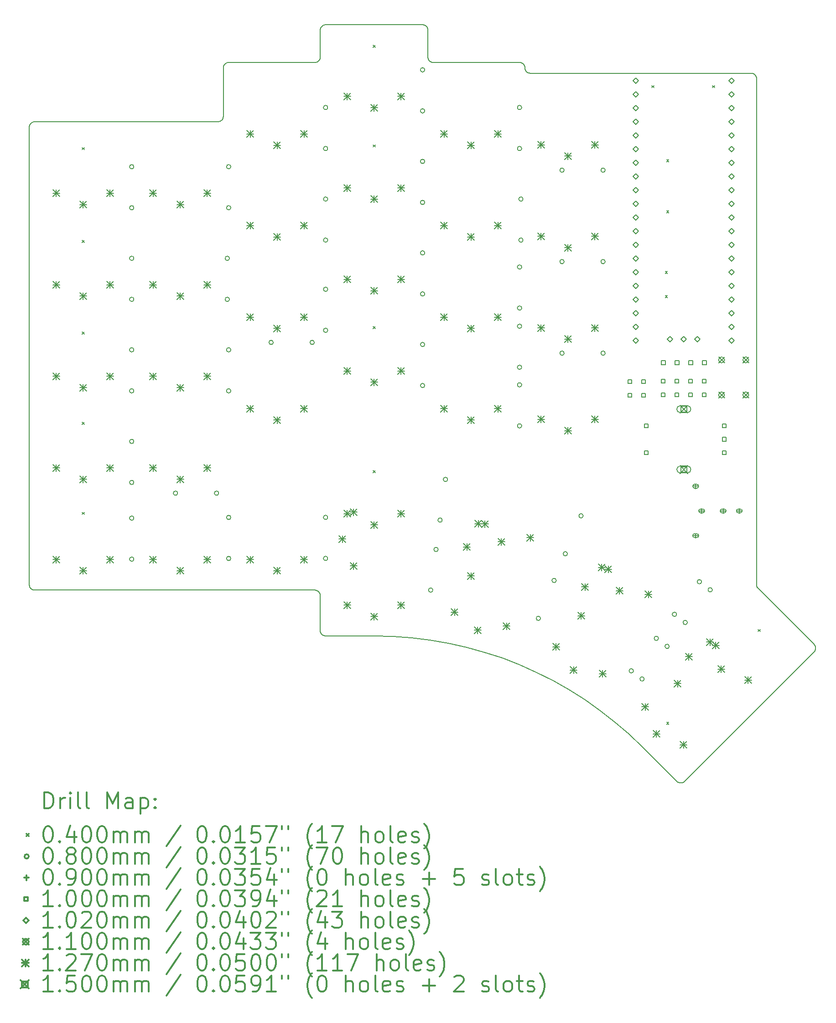
<source format=gbr>
%FSLAX45Y45*%
G04 Gerber Fmt 4.5, Leading zero omitted, Abs format (unit mm)*
G04 Created by KiCad (PCBNEW 5.99.0+really5.1.10+dfsg1-1) date 2021-12-23 16:27:11*
%MOMM*%
%LPD*%
G01*
G04 APERTURE LIST*
%TA.AperFunction,Profile*%
%ADD10C,0.200000*%
%TD*%
%ADD11C,0.200000*%
%ADD12C,0.300000*%
G04 APERTURE END LIST*
D10*
X11449880Y-3195094D02*
X11449520Y-3190199D01*
X11450120Y-3204906D02*
X11449880Y-3195094D01*
X11450480Y-3209801D02*
X11450120Y-3204906D01*
X11451080Y-3214673D02*
X11450480Y-3209801D01*
X11451920Y-3219508D02*
X11451080Y-3214673D01*
X11453000Y-3224297D02*
X11451920Y-3219508D01*
X11454310Y-3229028D02*
X11453000Y-3224297D01*
X11455850Y-3233688D02*
X11454310Y-3229028D01*
X11457610Y-3238268D02*
X11455850Y-3233688D01*
X11459600Y-3242755D02*
X11457610Y-3238268D01*
X11461810Y-3247139D02*
X11459600Y-3242755D01*
X11464230Y-3251410D02*
X11461810Y-3247139D01*
X11466850Y-3255556D02*
X11464230Y-3251410D01*
X11469680Y-3259569D02*
X11466850Y-3255556D01*
X11472700Y-3263438D02*
X11469680Y-3259569D01*
X11475910Y-3267155D02*
X11472700Y-3263438D01*
X11479290Y-3270709D02*
X11475910Y-3267155D01*
X11482840Y-3274094D02*
X11479290Y-3270709D01*
X11486560Y-3277301D02*
X11482840Y-3274094D01*
X11490430Y-3280321D02*
X11486560Y-3277301D01*
X11494440Y-3283147D02*
X11490430Y-3280321D01*
X11498590Y-3285773D02*
X11494440Y-3283147D01*
X11502860Y-3288191D02*
X11498590Y-3285773D01*
X11507240Y-3290398D02*
X11502860Y-3288191D01*
X11511730Y-3292387D02*
X11507240Y-3290398D01*
X11516310Y-3294154D02*
X11511730Y-3292387D01*
X11520970Y-3295694D02*
X11516310Y-3294154D01*
X11525700Y-3297002D02*
X11520970Y-3295694D01*
X11530490Y-3298077D02*
X11525700Y-3297002D01*
X11535330Y-3298917D02*
X11530490Y-3298077D01*
X11540200Y-3299518D02*
X11535330Y-3298917D01*
X11545090Y-3299879D02*
X11540200Y-3299518D01*
X11550000Y-3300000D02*
X11545090Y-3299879D01*
X15650000Y-3300000D02*
X11550000Y-3300000D01*
X15654910Y-3300120D02*
X15650000Y-3300000D01*
X15659800Y-3300482D02*
X15654910Y-3300120D01*
X15664670Y-3301083D02*
X15659800Y-3300482D01*
X15669510Y-3301923D02*
X15664670Y-3301083D01*
X15674300Y-3302998D02*
X15669510Y-3301923D01*
X15679030Y-3304306D02*
X15674300Y-3302998D01*
X15683690Y-3305846D02*
X15679030Y-3304306D01*
X15688270Y-3307613D02*
X15683690Y-3305846D01*
X15692760Y-3309602D02*
X15688270Y-3307613D01*
X15697140Y-3311809D02*
X15692760Y-3309602D01*
X15701410Y-3314227D02*
X15697140Y-3311809D01*
X15705560Y-3316853D02*
X15701410Y-3314227D01*
X15709570Y-3319679D02*
X15705560Y-3316853D01*
X15713440Y-3322699D02*
X15709570Y-3319679D01*
X15717160Y-3325906D02*
X15713440Y-3322699D01*
X15720710Y-3329291D02*
X15717160Y-3325906D01*
X15724090Y-3332844D02*
X15720710Y-3329291D01*
X15727300Y-3336562D02*
X15724090Y-3332844D01*
X15730320Y-3340431D02*
X15727300Y-3336562D01*
X15733150Y-3344444D02*
X15730320Y-3340431D01*
X15735770Y-3348590D02*
X15733150Y-3344444D01*
X15738190Y-3352861D02*
X15735770Y-3348590D01*
X15740400Y-3357245D02*
X15738190Y-3352861D01*
X15742390Y-3361732D02*
X15740400Y-3357245D01*
X15744150Y-3366312D02*
X15742390Y-3361732D01*
X15745690Y-3370972D02*
X15744150Y-3366312D01*
X15747000Y-3375703D02*
X15745690Y-3370972D01*
X15748080Y-3380492D02*
X15747000Y-3375703D01*
X15748920Y-3385327D02*
X15748080Y-3380492D01*
X15749520Y-3390199D02*
X15748920Y-3385327D01*
X15749880Y-3395094D02*
X15749520Y-3390199D01*
X15750000Y-3400000D02*
X15749880Y-3395094D01*
X15750000Y-12800000D02*
X15750000Y-3400000D01*
X15750120Y-12804910D02*
X15750000Y-12800000D01*
X15750480Y-12809800D02*
X15750120Y-12804910D01*
X15751080Y-12814670D02*
X15750480Y-12809800D01*
X15751920Y-12819510D02*
X15751080Y-12814670D01*
X15753000Y-12824300D02*
X15751920Y-12819510D01*
X15754310Y-12829030D02*
X15753000Y-12824300D01*
X15755850Y-12833690D02*
X15754310Y-12829030D01*
X15757610Y-12838270D02*
X15755850Y-12833690D01*
X15759600Y-12842760D02*
X15757610Y-12838270D01*
X15761810Y-12847140D02*
X15759600Y-12842760D01*
X15764230Y-12851410D02*
X15761810Y-12847140D01*
X15766730Y-12855360D02*
X15764230Y-12851410D01*
X16817080Y-13905700D02*
X15766730Y-12855360D01*
X16820470Y-13909300D02*
X16817080Y-13905700D01*
X16823670Y-13913000D02*
X16820470Y-13909300D01*
X16826690Y-13916900D02*
X16823670Y-13913000D01*
X16829520Y-13920900D02*
X16826690Y-13916900D01*
X16832140Y-13925000D02*
X16829520Y-13920900D01*
X16834560Y-13929300D02*
X16832140Y-13925000D01*
X16836770Y-13933700D02*
X16834560Y-13929300D01*
X16838760Y-13938200D02*
X16836770Y-13933700D01*
X16840530Y-13942700D02*
X16838760Y-13938200D01*
X16842070Y-13947400D02*
X16840530Y-13942700D01*
X16843370Y-13952100D02*
X16842070Y-13947400D01*
X16844450Y-13956900D02*
X16843370Y-13952100D01*
X16845290Y-13961700D02*
X16844450Y-13956900D01*
X16845890Y-13966600D02*
X16845290Y-13961700D01*
X16846250Y-13971500D02*
X16845890Y-13966600D01*
X16846370Y-13976400D02*
X16846250Y-13971500D01*
X16846250Y-13981300D02*
X16846370Y-13976400D01*
X16845890Y-13986200D02*
X16846250Y-13981300D01*
X16845290Y-13991100D02*
X16845890Y-13986200D01*
X16844450Y-13995900D02*
X16845290Y-13991100D01*
X16843370Y-14000700D02*
X16844450Y-13995900D01*
X16842070Y-14005400D02*
X16843370Y-14000700D01*
X16840530Y-14010100D02*
X16842070Y-14005400D01*
X16838760Y-14014700D02*
X16840530Y-14010100D01*
X16836770Y-14019200D02*
X16838760Y-14014700D01*
X16834560Y-14023600D02*
X16836770Y-14019200D01*
X16832140Y-14027800D02*
X16834560Y-14023600D01*
X16829520Y-14032000D02*
X16832140Y-14027800D01*
X16826690Y-14036000D02*
X16829520Y-14032000D01*
X16823670Y-14039900D02*
X16826690Y-14036000D01*
X16820470Y-14043600D02*
X16823670Y-14039900D01*
X16817080Y-14047100D02*
X16820470Y-14043600D01*
X14412920Y-16451300D02*
X16817080Y-14047100D01*
X14409360Y-16454700D02*
X14412920Y-16451300D01*
X14405650Y-16457900D02*
X14409360Y-16454700D01*
X14401780Y-16460900D02*
X14405650Y-16457900D01*
X14397760Y-16463700D02*
X14401780Y-16460900D01*
X14393620Y-16466400D02*
X14397760Y-16463700D01*
X14389350Y-16468800D02*
X14393620Y-16466400D01*
X14384960Y-16471000D02*
X14389350Y-16468800D01*
X14380480Y-16473000D02*
X14384960Y-16471000D01*
X14375900Y-16474700D02*
X14380480Y-16473000D01*
X14371240Y-16476300D02*
X14375900Y-16474700D01*
X14366510Y-16477600D02*
X14371240Y-16476300D01*
X14361720Y-16478700D02*
X14366510Y-16477600D01*
X14356880Y-16479500D02*
X14361720Y-16478700D01*
X14352010Y-16480100D02*
X14356880Y-16479500D01*
X14347110Y-16480500D02*
X14352010Y-16480100D01*
X14342210Y-16480600D02*
X14347110Y-16480500D01*
X14337300Y-16480500D02*
X14342210Y-16480600D01*
X14332410Y-16480100D02*
X14337300Y-16480500D01*
X14327540Y-16479500D02*
X14332410Y-16480100D01*
X14322700Y-16478700D02*
X14327540Y-16479500D01*
X14317910Y-16477600D02*
X14322700Y-16478700D01*
X14313180Y-16476300D02*
X14317910Y-16477600D01*
X14308520Y-16474700D02*
X14313180Y-16476300D01*
X14303940Y-16473000D02*
X14308520Y-16474700D01*
X14299450Y-16471000D02*
X14303940Y-16473000D01*
X14295070Y-16468800D02*
X14299450Y-16471000D01*
X14290800Y-16466400D02*
X14295070Y-16468800D01*
X14286650Y-16463700D02*
X14290800Y-16466400D01*
X14282640Y-16460900D02*
X14286650Y-16463700D01*
X14278770Y-16457900D02*
X14282640Y-16460900D01*
X14275050Y-16454700D02*
X14278770Y-16457900D01*
X14271500Y-16451300D02*
X14275050Y-16454700D01*
X13635124Y-15814900D02*
X14271500Y-16451300D01*
X13384503Y-15576300D02*
X13635124Y-15814900D01*
X13122473Y-15350300D02*
X13384503Y-15576300D01*
X12849681Y-15137400D02*
X13122473Y-15350300D01*
X12566776Y-14938100D02*
X12849681Y-15137400D01*
X12274423Y-14753000D02*
X12566776Y-14938100D01*
X11973330Y-14582400D02*
X12274423Y-14753000D01*
X11664270Y-14426900D02*
X11973330Y-14582400D01*
X11347930Y-14286700D02*
X11664270Y-14426900D01*
X11025070Y-14162100D02*
X11347930Y-14286700D01*
X10696510Y-14053600D02*
X11025070Y-14162100D01*
X10362990Y-13961300D02*
X10696510Y-14053600D01*
X10025390Y-13885500D02*
X10362990Y-13961300D01*
X9684460Y-13826300D02*
X10025390Y-13885500D01*
X9341030Y-13783900D02*
X9684460Y-13826300D01*
X8995930Y-13758500D02*
X9341030Y-13783900D01*
X8650000Y-13750000D02*
X8995930Y-13758500D01*
X7750000Y-13750000D02*
X8650000Y-13750000D01*
X7745090Y-13749900D02*
X7750000Y-13750000D01*
X7740200Y-13749500D02*
X7745090Y-13749900D01*
X7735330Y-13748900D02*
X7740200Y-13749500D01*
X7730490Y-13748100D02*
X7735330Y-13748900D01*
X7725700Y-13747000D02*
X7730490Y-13748100D01*
X7720970Y-13745700D02*
X7725700Y-13747000D01*
X7716310Y-13744200D02*
X7720970Y-13745700D01*
X7711730Y-13742400D02*
X7716310Y-13744200D01*
X7707240Y-13740400D02*
X7711730Y-13742400D01*
X7702860Y-13738200D02*
X7707240Y-13740400D01*
X7698590Y-13735800D02*
X7702860Y-13738200D01*
X7694440Y-13733100D02*
X7698590Y-13735800D01*
X7690430Y-13730300D02*
X7694440Y-13733100D01*
X7686560Y-13727300D02*
X7690430Y-13730300D01*
X7682840Y-13724100D02*
X7686560Y-13727300D01*
X7679290Y-13720700D02*
X7682840Y-13724100D01*
X7675910Y-13717200D02*
X7679290Y-13720700D01*
X7672700Y-13713400D02*
X7675910Y-13717200D01*
X7669680Y-13709600D02*
X7672700Y-13713400D01*
X7666850Y-13705600D02*
X7669680Y-13709600D01*
X7664230Y-13701400D02*
X7666850Y-13705600D01*
X7661810Y-13697100D02*
X7664230Y-13701400D01*
X7659600Y-13692800D02*
X7661810Y-13697100D01*
X7657610Y-13688300D02*
X7659600Y-13692800D01*
X7655850Y-13683700D02*
X7657610Y-13688300D01*
X7654310Y-13679000D02*
X7655850Y-13683700D01*
X7653000Y-13674300D02*
X7654310Y-13679000D01*
X7651920Y-13669500D02*
X7653000Y-13674300D01*
X7651080Y-13664700D02*
X7651920Y-13669500D01*
X7650480Y-13659800D02*
X7651080Y-13664700D01*
X7650120Y-13654900D02*
X7650480Y-13659800D01*
X7650000Y-13650000D02*
X7650120Y-13654900D01*
X7650000Y-13000000D02*
X7650000Y-13650000D01*
X7649880Y-12995090D02*
X7650000Y-13000000D01*
X7649520Y-12990200D02*
X7649880Y-12995090D01*
X7648920Y-12985330D02*
X7649520Y-12990200D01*
X7648080Y-12980490D02*
X7648920Y-12985330D01*
X7647000Y-12975700D02*
X7648080Y-12980490D01*
X7645690Y-12970970D02*
X7647000Y-12975700D01*
X7644150Y-12966310D02*
X7645690Y-12970970D01*
X7642390Y-12961730D02*
X7644150Y-12966310D01*
X7640400Y-12957240D02*
X7642390Y-12961730D01*
X7638190Y-12952860D02*
X7640400Y-12957240D01*
X7635770Y-12948590D02*
X7638190Y-12952860D01*
X7633150Y-12944440D02*
X7635770Y-12948590D01*
X7630320Y-12940430D02*
X7633150Y-12944440D01*
X7627300Y-12936560D02*
X7630320Y-12940430D01*
X7624090Y-12932840D02*
X7627300Y-12936560D01*
X7620710Y-12929290D02*
X7624090Y-12932840D01*
X7617160Y-12925910D02*
X7620710Y-12929290D01*
X7613440Y-12922700D02*
X7617160Y-12925910D01*
X7609570Y-12919680D02*
X7613440Y-12922700D01*
X7605560Y-12916850D02*
X7609570Y-12919680D01*
X7601410Y-12914230D02*
X7605560Y-12916850D01*
X7597140Y-12911810D02*
X7601410Y-12914230D01*
X7592760Y-12909600D02*
X7597140Y-12911810D01*
X7588270Y-12907610D02*
X7592760Y-12909600D01*
X7583690Y-12905850D02*
X7588270Y-12907610D01*
X7579030Y-12904310D02*
X7583690Y-12905850D01*
X7574300Y-12903000D02*
X7579030Y-12904310D01*
X7569510Y-12901920D02*
X7574300Y-12903000D01*
X7564670Y-12901080D02*
X7569510Y-12901920D01*
X7559800Y-12900480D02*
X7564670Y-12901080D01*
X7554910Y-12900120D02*
X7559800Y-12900480D01*
X7550000Y-12900000D02*
X7554910Y-12900120D01*
X2350000Y-12900000D02*
X7550000Y-12900000D01*
X2345100Y-12899880D02*
X2350000Y-12900000D01*
X2340200Y-12899520D02*
X2345100Y-12899880D01*
X2335300Y-12898920D02*
X2340200Y-12899520D01*
X2330500Y-12898080D02*
X2335300Y-12898920D01*
X2325700Y-12897000D02*
X2330500Y-12898080D01*
X2321000Y-12895690D02*
X2325700Y-12897000D01*
X2316300Y-12894150D02*
X2321000Y-12895690D01*
X2311700Y-12892390D02*
X2316300Y-12894150D01*
X2307200Y-12890400D02*
X2311700Y-12892390D01*
X2302900Y-12888190D02*
X2307200Y-12890400D01*
X2298600Y-12885770D02*
X2302900Y-12888190D01*
X2294400Y-12883150D02*
X2298600Y-12885770D01*
X2290400Y-12880320D02*
X2294400Y-12883150D01*
X2286600Y-12877300D02*
X2290400Y-12880320D01*
X2282800Y-12874090D02*
X2286600Y-12877300D01*
X2279300Y-12870710D02*
X2282800Y-12874090D01*
X2275900Y-12867160D02*
X2279300Y-12870710D01*
X2272700Y-12863440D02*
X2275900Y-12867160D01*
X2269700Y-12859570D02*
X2272700Y-12863440D01*
X2266900Y-12855560D02*
X2269700Y-12859570D01*
X2264200Y-12851410D02*
X2266900Y-12855560D01*
X2261800Y-12847140D02*
X2264200Y-12851410D01*
X2259600Y-12842760D02*
X2261800Y-12847140D01*
X2257600Y-12838270D02*
X2259600Y-12842760D01*
X2255800Y-12833690D02*
X2257600Y-12838270D01*
X2254300Y-12829030D02*
X2255800Y-12833690D01*
X2253000Y-12824300D02*
X2254300Y-12829030D01*
X2251900Y-12819510D02*
X2253000Y-12824300D01*
X2251100Y-12814670D02*
X2251900Y-12819510D01*
X2250500Y-12809800D02*
X2251100Y-12814670D01*
X2250100Y-12804910D02*
X2250500Y-12809800D01*
X2250000Y-12800000D02*
X2250100Y-12804910D01*
X2250000Y-4300000D02*
X2250000Y-12800000D01*
X2250100Y-4295094D02*
X2250000Y-4300000D01*
X2250500Y-4290199D02*
X2250100Y-4295094D01*
X2251100Y-4285327D02*
X2250500Y-4290199D01*
X2251900Y-4280492D02*
X2251100Y-4285327D01*
X2253000Y-4275703D02*
X2251900Y-4280492D01*
X2254300Y-4270972D02*
X2253000Y-4275703D01*
X2255800Y-4266312D02*
X2254300Y-4270972D01*
X2257600Y-4261732D02*
X2255800Y-4266312D01*
X2259600Y-4257245D02*
X2257600Y-4261732D01*
X2261800Y-4252861D02*
X2259600Y-4257245D01*
X2264200Y-4248590D02*
X2261800Y-4252861D01*
X2266900Y-4244444D02*
X2264200Y-4248590D01*
X2269700Y-4240431D02*
X2266900Y-4244444D01*
X2272700Y-4236562D02*
X2269700Y-4240431D01*
X2275900Y-4232845D02*
X2272700Y-4236562D01*
X2279300Y-4229291D02*
X2275900Y-4232845D01*
X2282800Y-4225906D02*
X2279300Y-4229291D01*
X2286600Y-4222699D02*
X2282800Y-4225906D01*
X2290400Y-4219679D02*
X2286600Y-4222699D01*
X2294400Y-4216853D02*
X2290400Y-4219679D01*
X2298600Y-4214227D02*
X2294400Y-4216853D01*
X2302900Y-4211809D02*
X2298600Y-4214227D01*
X2307200Y-4209602D02*
X2302900Y-4211809D01*
X2311700Y-4207613D02*
X2307200Y-4209602D01*
X2316300Y-4205846D02*
X2311700Y-4207613D01*
X2321000Y-4204306D02*
X2316300Y-4205846D01*
X2325700Y-4202998D02*
X2321000Y-4204306D01*
X2330500Y-4201923D02*
X2325700Y-4202998D01*
X2335300Y-4201083D02*
X2330500Y-4201923D01*
X2340200Y-4200482D02*
X2335300Y-4201083D01*
X2345100Y-4200121D02*
X2340200Y-4200482D01*
X2350000Y-4200000D02*
X2345100Y-4200121D01*
X5750000Y-4200000D02*
X2350000Y-4200000D01*
X5754910Y-4199879D02*
X5750000Y-4200000D01*
X5759800Y-4199518D02*
X5754910Y-4199879D01*
X5764670Y-4198917D02*
X5759800Y-4199518D01*
X5769510Y-4198077D02*
X5764670Y-4198917D01*
X5774300Y-4197002D02*
X5769510Y-4198077D01*
X5779030Y-4195694D02*
X5774300Y-4197002D01*
X5783690Y-4194154D02*
X5779030Y-4195694D01*
X5788270Y-4192387D02*
X5783690Y-4194154D01*
X5792760Y-4190398D02*
X5788270Y-4192387D01*
X5797140Y-4188191D02*
X5792760Y-4190398D01*
X5801410Y-4185773D02*
X5797140Y-4188191D01*
X5805560Y-4183147D02*
X5801410Y-4185773D01*
X5809570Y-4180321D02*
X5805560Y-4183147D01*
X5813440Y-4177301D02*
X5809570Y-4180321D01*
X5817160Y-4174094D02*
X5813440Y-4177301D01*
X5820710Y-4170709D02*
X5817160Y-4174094D01*
X5824090Y-4167155D02*
X5820710Y-4170709D01*
X5827300Y-4163438D02*
X5824090Y-4167155D01*
X5830320Y-4159569D02*
X5827300Y-4163438D01*
X5833150Y-4155556D02*
X5830320Y-4159569D01*
X5835770Y-4151410D02*
X5833150Y-4155556D01*
X5838190Y-4147139D02*
X5835770Y-4151410D01*
X5840400Y-4142755D02*
X5838190Y-4147139D01*
X5842390Y-4138268D02*
X5840400Y-4142755D01*
X5844150Y-4133688D02*
X5842390Y-4138268D01*
X5845690Y-4129028D02*
X5844150Y-4133688D01*
X5847000Y-4124297D02*
X5845690Y-4129028D01*
X5848080Y-4119508D02*
X5847000Y-4124297D01*
X5848920Y-4114673D02*
X5848080Y-4119508D01*
X5849520Y-4109801D02*
X5848920Y-4114673D01*
X5849880Y-4104906D02*
X5849520Y-4109801D01*
X5850000Y-4100000D02*
X5849880Y-4104906D01*
X5850000Y-3200000D02*
X5850000Y-4100000D01*
X5850120Y-3195094D02*
X5850000Y-3200000D01*
X5850480Y-3190199D02*
X5850120Y-3195094D01*
X5851080Y-3185327D02*
X5850480Y-3190199D01*
X5851920Y-3180492D02*
X5851080Y-3185327D01*
X5853000Y-3175703D02*
X5851920Y-3180492D01*
X5854310Y-3170972D02*
X5853000Y-3175703D01*
X5855850Y-3166312D02*
X5854310Y-3170972D01*
X5857610Y-3161732D02*
X5855850Y-3166312D01*
X5859600Y-3157245D02*
X5857610Y-3161732D01*
X5861810Y-3152861D02*
X5859600Y-3157245D01*
X5864230Y-3148590D02*
X5861810Y-3152861D01*
X5866850Y-3144444D02*
X5864230Y-3148590D01*
X5869680Y-3140431D02*
X5866850Y-3144444D01*
X5872700Y-3136562D02*
X5869680Y-3140431D01*
X5875910Y-3132845D02*
X5872700Y-3136562D01*
X5879290Y-3129291D02*
X5875910Y-3132845D01*
X5882840Y-3125906D02*
X5879290Y-3129291D01*
X5886560Y-3122699D02*
X5882840Y-3125906D01*
X5890430Y-3119679D02*
X5886560Y-3122699D01*
X5894440Y-3116853D02*
X5890430Y-3119679D01*
X5898590Y-3114227D02*
X5894440Y-3116853D01*
X5902860Y-3111809D02*
X5898590Y-3114227D01*
X5907240Y-3109602D02*
X5902860Y-3111809D01*
X5911730Y-3107613D02*
X5907240Y-3109602D01*
X5916310Y-3105846D02*
X5911730Y-3107613D01*
X5920970Y-3104306D02*
X5916310Y-3105846D01*
X5925700Y-3102998D02*
X5920970Y-3104306D01*
X5930490Y-3101923D02*
X5925700Y-3102998D01*
X5935330Y-3101083D02*
X5930490Y-3101923D01*
X5940200Y-3100482D02*
X5935330Y-3101083D01*
X5945090Y-3100121D02*
X5940200Y-3100482D01*
X5950000Y-3100000D02*
X5945090Y-3100121D01*
X7550000Y-3100000D02*
X5950000Y-3100000D01*
X7554910Y-3099879D02*
X7550000Y-3100000D01*
X7559800Y-3099518D02*
X7554910Y-3099879D01*
X7564670Y-3098917D02*
X7559800Y-3099518D01*
X7569510Y-3098077D02*
X7564670Y-3098917D01*
X7574300Y-3097002D02*
X7569510Y-3098077D01*
X7579030Y-3095694D02*
X7574300Y-3097002D01*
X7583690Y-3094154D02*
X7579030Y-3095694D01*
X7588270Y-3092387D02*
X7583690Y-3094154D01*
X7592760Y-3090398D02*
X7588270Y-3092387D01*
X7597140Y-3088191D02*
X7592760Y-3090398D01*
X7601410Y-3085773D02*
X7597140Y-3088191D01*
X7605560Y-3083147D02*
X7601410Y-3085773D01*
X7609570Y-3080321D02*
X7605560Y-3083147D01*
X7613440Y-3077301D02*
X7609570Y-3080321D01*
X7617160Y-3074094D02*
X7613440Y-3077301D01*
X7620710Y-3070709D02*
X7617160Y-3074094D01*
X7624090Y-3067155D02*
X7620710Y-3070709D01*
X7627300Y-3063438D02*
X7624090Y-3067155D01*
X7630320Y-3059569D02*
X7627300Y-3063438D01*
X7633150Y-3055556D02*
X7630320Y-3059569D01*
X7635770Y-3051410D02*
X7633150Y-3055556D01*
X7638190Y-3047139D02*
X7635770Y-3051410D01*
X7640400Y-3042755D02*
X7638190Y-3047139D01*
X7642390Y-3038268D02*
X7640400Y-3042755D01*
X7644150Y-3033688D02*
X7642390Y-3038268D01*
X7645690Y-3029028D02*
X7644150Y-3033688D01*
X7647000Y-3024297D02*
X7645690Y-3029028D01*
X7648080Y-3019508D02*
X7647000Y-3024297D01*
X7648920Y-3014673D02*
X7648080Y-3019508D01*
X7649520Y-3009801D02*
X7648920Y-3014673D01*
X7649880Y-3004906D02*
X7649520Y-3009801D01*
X7650000Y-3000000D02*
X7649880Y-3004906D01*
X7650000Y-2500000D02*
X7650000Y-3000000D01*
X7650120Y-2495094D02*
X7650000Y-2500000D01*
X7650480Y-2490199D02*
X7650120Y-2495094D01*
X7651080Y-2485327D02*
X7650480Y-2490199D01*
X7651920Y-2480492D02*
X7651080Y-2485327D01*
X7653000Y-2475703D02*
X7651920Y-2480492D01*
X7654310Y-2470972D02*
X7653000Y-2475703D01*
X7655850Y-2466312D02*
X7654310Y-2470972D01*
X7657610Y-2461732D02*
X7655850Y-2466312D01*
X7659600Y-2457245D02*
X7657610Y-2461732D01*
X7661810Y-2452861D02*
X7659600Y-2457245D01*
X7664230Y-2448590D02*
X7661810Y-2452861D01*
X7666850Y-2444444D02*
X7664230Y-2448590D01*
X7669680Y-2440431D02*
X7666850Y-2444444D01*
X7672700Y-2436562D02*
X7669680Y-2440431D01*
X7675910Y-2432845D02*
X7672700Y-2436562D01*
X7679290Y-2429291D02*
X7675910Y-2432845D01*
X7682840Y-2425906D02*
X7679290Y-2429291D01*
X7686560Y-2422699D02*
X7682840Y-2425906D01*
X7690430Y-2419679D02*
X7686560Y-2422699D01*
X7694440Y-2416853D02*
X7690430Y-2419679D01*
X7698590Y-2414227D02*
X7694440Y-2416853D01*
X7702860Y-2411809D02*
X7698590Y-2414227D01*
X7707240Y-2409602D02*
X7702860Y-2411809D01*
X7711730Y-2407613D02*
X7707240Y-2409602D01*
X7716310Y-2405846D02*
X7711730Y-2407613D01*
X7720970Y-2404306D02*
X7716310Y-2405846D01*
X7725700Y-2402998D02*
X7720970Y-2404306D01*
X7730490Y-2401923D02*
X7725700Y-2402998D01*
X7735330Y-2401083D02*
X7730490Y-2401923D01*
X7740200Y-2400482D02*
X7735330Y-2401083D01*
X7745090Y-2400121D02*
X7740200Y-2400482D01*
X7750000Y-2400000D02*
X7745090Y-2400121D01*
X9550000Y-2400000D02*
X7750000Y-2400000D01*
X9554910Y-2400121D02*
X9550000Y-2400000D01*
X9559800Y-2400482D02*
X9554910Y-2400121D01*
X9564670Y-2401083D02*
X9559800Y-2400482D01*
X9569510Y-2401923D02*
X9564670Y-2401083D01*
X9574300Y-2402998D02*
X9569510Y-2401923D01*
X9579030Y-2404306D02*
X9574300Y-2402998D01*
X9583690Y-2405846D02*
X9579030Y-2404306D01*
X9588270Y-2407613D02*
X9583690Y-2405846D01*
X9592760Y-2409602D02*
X9588270Y-2407613D01*
X9597140Y-2411809D02*
X9592760Y-2409602D01*
X9601410Y-2414227D02*
X9597140Y-2411809D01*
X9605560Y-2416853D02*
X9601410Y-2414227D01*
X9609570Y-2419679D02*
X9605560Y-2416853D01*
X9613440Y-2422699D02*
X9609570Y-2419679D01*
X9617160Y-2425906D02*
X9613440Y-2422699D01*
X9620710Y-2429291D02*
X9617160Y-2425906D01*
X9624090Y-2432845D02*
X9620710Y-2429291D01*
X9627300Y-2436562D02*
X9624090Y-2432845D01*
X9630320Y-2440431D02*
X9627300Y-2436562D01*
X9633150Y-2444444D02*
X9630320Y-2440431D01*
X9635770Y-2448590D02*
X9633150Y-2444444D01*
X9638190Y-2452861D02*
X9635770Y-2448590D01*
X9640400Y-2457245D02*
X9638190Y-2452861D01*
X9642390Y-2461732D02*
X9640400Y-2457245D01*
X9644150Y-2466312D02*
X9642390Y-2461732D01*
X9645690Y-2470972D02*
X9644150Y-2466312D01*
X9647000Y-2475703D02*
X9645690Y-2470972D01*
X9648080Y-2480492D02*
X9647000Y-2475703D01*
X9648920Y-2485327D02*
X9648080Y-2480492D01*
X9649520Y-2490199D02*
X9648920Y-2485327D01*
X9649880Y-2495094D02*
X9649520Y-2490199D01*
X9650000Y-2500000D02*
X9649880Y-2495094D01*
X9650000Y-3000000D02*
X9650000Y-2500000D01*
X9650120Y-3004906D02*
X9650000Y-3000000D01*
X9650480Y-3009801D02*
X9650120Y-3004906D01*
X9651080Y-3014673D02*
X9650480Y-3009801D01*
X9651920Y-3019508D02*
X9651080Y-3014673D01*
X9653000Y-3024297D02*
X9651920Y-3019508D01*
X9654310Y-3029028D02*
X9653000Y-3024297D01*
X9655850Y-3033688D02*
X9654310Y-3029028D01*
X9657610Y-3038268D02*
X9655850Y-3033688D01*
X9659600Y-3042755D02*
X9657610Y-3038268D01*
X9661810Y-3047139D02*
X9659600Y-3042755D01*
X9664230Y-3051410D02*
X9661810Y-3047139D01*
X9666850Y-3055556D02*
X9664230Y-3051410D01*
X9669680Y-3059569D02*
X9666850Y-3055556D01*
X9672700Y-3063438D02*
X9669680Y-3059569D01*
X9675910Y-3067155D02*
X9672700Y-3063438D01*
X9679290Y-3070709D02*
X9675910Y-3067155D01*
X9682840Y-3074094D02*
X9679290Y-3070709D01*
X9686560Y-3077301D02*
X9682840Y-3074094D01*
X9690430Y-3080321D02*
X9686560Y-3077301D01*
X9694440Y-3083147D02*
X9690430Y-3080321D01*
X9698590Y-3085773D02*
X9694440Y-3083147D01*
X9702860Y-3088191D02*
X9698590Y-3085773D01*
X9707240Y-3090398D02*
X9702860Y-3088191D01*
X9711730Y-3092387D02*
X9707240Y-3090398D01*
X9716310Y-3094154D02*
X9711730Y-3092387D01*
X9720970Y-3095694D02*
X9716310Y-3094154D01*
X9725700Y-3097002D02*
X9720970Y-3095694D01*
X9730490Y-3098077D02*
X9725700Y-3097002D01*
X9735330Y-3098917D02*
X9730490Y-3098077D01*
X9740200Y-3099518D02*
X9735330Y-3098917D01*
X9745090Y-3099879D02*
X9740200Y-3099518D01*
X9750000Y-3100000D02*
X9745090Y-3099879D01*
X11350000Y-3100000D02*
X9750000Y-3100000D01*
X11354910Y-3100121D02*
X11350000Y-3100000D01*
X11359800Y-3100482D02*
X11354910Y-3100121D01*
X11364670Y-3101083D02*
X11359800Y-3100482D01*
X11369510Y-3101923D02*
X11364670Y-3101083D01*
X11374300Y-3102998D02*
X11369510Y-3101923D01*
X11379030Y-3104306D02*
X11374300Y-3102998D01*
X11383690Y-3105846D02*
X11379030Y-3104306D01*
X11388270Y-3107613D02*
X11383690Y-3105846D01*
X11392760Y-3109602D02*
X11388270Y-3107613D01*
X11397140Y-3111809D02*
X11392760Y-3109602D01*
X11401410Y-3114227D02*
X11397140Y-3111809D01*
X11405560Y-3116853D02*
X11401410Y-3114227D01*
X11409570Y-3119679D02*
X11405560Y-3116853D01*
X11413440Y-3122699D02*
X11409570Y-3119679D01*
X11417160Y-3125906D02*
X11413440Y-3122699D01*
X11420710Y-3129291D02*
X11417160Y-3125906D01*
X11424090Y-3132845D02*
X11420710Y-3129291D01*
X11427300Y-3136562D02*
X11424090Y-3132845D01*
X11430320Y-3140431D02*
X11427300Y-3136562D01*
X11433150Y-3144444D02*
X11430320Y-3140431D01*
X11435770Y-3148590D02*
X11433150Y-3144444D01*
X11438190Y-3152861D02*
X11435770Y-3148590D01*
X11440400Y-3157245D02*
X11438190Y-3152861D01*
X11442390Y-3161732D02*
X11440400Y-3157245D01*
X11444150Y-3166312D02*
X11442390Y-3161732D01*
X11445690Y-3170972D02*
X11444150Y-3166312D01*
X11447000Y-3175703D02*
X11445690Y-3170972D01*
X11448080Y-3180492D02*
X11447000Y-3175703D01*
X11448920Y-3185327D02*
X11448080Y-3180492D01*
X11449520Y-3190199D02*
X11448920Y-3185327D01*
D11*
X3230000Y-4680000D02*
X3270000Y-4720000D01*
X3270000Y-4680000D02*
X3230000Y-4720000D01*
X3230000Y-6405000D02*
X3270000Y-6445000D01*
X3270000Y-6405000D02*
X3230000Y-6445000D01*
X3230000Y-8105000D02*
X3270000Y-8145000D01*
X3270000Y-8105000D02*
X3230000Y-8145000D01*
X3230000Y-9780000D02*
X3270000Y-9820000D01*
X3270000Y-9780000D02*
X3230000Y-9820000D01*
X3230000Y-11455000D02*
X3270000Y-11495000D01*
X3270000Y-11455000D02*
X3230000Y-11495000D01*
X8630000Y-2780000D02*
X8670000Y-2820000D01*
X8670000Y-2780000D02*
X8630000Y-2820000D01*
X8630000Y-4630000D02*
X8670000Y-4670000D01*
X8670000Y-4630000D02*
X8630000Y-4670000D01*
X8630000Y-8005000D02*
X8670000Y-8045000D01*
X8670000Y-8005000D02*
X8630000Y-8045000D01*
X8630000Y-10680000D02*
X8670000Y-10720000D01*
X8670000Y-10680000D02*
X8630000Y-10720000D01*
X13805000Y-3530000D02*
X13845000Y-3570000D01*
X13845000Y-3530000D02*
X13805000Y-3570000D01*
X14055000Y-6980000D02*
X14095000Y-7020000D01*
X14095000Y-6980000D02*
X14055000Y-7020000D01*
X14055000Y-7430000D02*
X14095000Y-7470000D01*
X14095000Y-7430000D02*
X14055000Y-7470000D01*
X14080000Y-4905000D02*
X14120000Y-4945000D01*
X14120000Y-4905000D02*
X14080000Y-4945000D01*
X14080000Y-5855000D02*
X14120000Y-5895000D01*
X14120000Y-5855000D02*
X14080000Y-5895000D01*
X14080000Y-15355000D02*
X14120000Y-15395000D01*
X14120000Y-15355000D02*
X14080000Y-15395000D01*
X14930000Y-3530000D02*
X14970000Y-3570000D01*
X14970000Y-3530000D02*
X14930000Y-3570000D01*
X15780000Y-13630000D02*
X15820000Y-13670000D01*
X15820000Y-13630000D02*
X15780000Y-13670000D01*
X4190000Y-5038000D02*
G75*
G03*
X4190000Y-5038000I-40000J0D01*
G01*
X4190000Y-5800000D02*
G75*
G03*
X4190000Y-5800000I-40000J0D01*
G01*
X4190000Y-6738000D02*
G75*
G03*
X4190000Y-6738000I-40000J0D01*
G01*
X4190000Y-7500000D02*
G75*
G03*
X4190000Y-7500000I-40000J0D01*
G01*
X4190000Y-8438000D02*
G75*
G03*
X4190000Y-8438000I-40000J0D01*
G01*
X4190000Y-9200000D02*
G75*
G03*
X4190000Y-9200000I-40000J0D01*
G01*
X4190000Y-10138000D02*
G75*
G03*
X4190000Y-10138000I-40000J0D01*
G01*
X4190000Y-10900000D02*
G75*
G03*
X4190000Y-10900000I-40000J0D01*
G01*
X4190000Y-11563000D02*
G75*
G03*
X4190000Y-11563000I-40000J0D01*
G01*
X4190000Y-12325000D02*
G75*
G03*
X4190000Y-12325000I-40000J0D01*
G01*
X5003000Y-11100000D02*
G75*
G03*
X5003000Y-11100000I-40000J0D01*
G01*
X5765000Y-11100000D02*
G75*
G03*
X5765000Y-11100000I-40000J0D01*
G01*
X5965000Y-6738000D02*
G75*
G03*
X5965000Y-6738000I-40000J0D01*
G01*
X5965000Y-7500000D02*
G75*
G03*
X5965000Y-7500000I-40000J0D01*
G01*
X5990000Y-5038000D02*
G75*
G03*
X5990000Y-5038000I-40000J0D01*
G01*
X5990000Y-5800000D02*
G75*
G03*
X5990000Y-5800000I-40000J0D01*
G01*
X5990000Y-8438000D02*
G75*
G03*
X5990000Y-8438000I-40000J0D01*
G01*
X5990000Y-9200000D02*
G75*
G03*
X5990000Y-9200000I-40000J0D01*
G01*
X5990000Y-11550000D02*
G75*
G03*
X5990000Y-11550000I-40000J0D01*
G01*
X5990000Y-12312000D02*
G75*
G03*
X5990000Y-12312000I-40000J0D01*
G01*
X6778000Y-8300000D02*
G75*
G03*
X6778000Y-8300000I-40000J0D01*
G01*
X7540000Y-8300000D02*
G75*
G03*
X7540000Y-8300000I-40000J0D01*
G01*
X7790000Y-3938000D02*
G75*
G03*
X7790000Y-3938000I-40000J0D01*
G01*
X7790000Y-4700000D02*
G75*
G03*
X7790000Y-4700000I-40000J0D01*
G01*
X7790000Y-5638000D02*
G75*
G03*
X7790000Y-5638000I-40000J0D01*
G01*
X7790000Y-6400000D02*
G75*
G03*
X7790000Y-6400000I-40000J0D01*
G01*
X7790000Y-7313000D02*
G75*
G03*
X7790000Y-7313000I-40000J0D01*
G01*
X7790000Y-8075000D02*
G75*
G03*
X7790000Y-8075000I-40000J0D01*
G01*
X7790000Y-11550000D02*
G75*
G03*
X7790000Y-11550000I-40000J0D01*
G01*
X7790000Y-12312000D02*
G75*
G03*
X7790000Y-12312000I-40000J0D01*
G01*
X9590000Y-3238000D02*
G75*
G03*
X9590000Y-3238000I-40000J0D01*
G01*
X9590000Y-4000000D02*
G75*
G03*
X9590000Y-4000000I-40000J0D01*
G01*
X9590000Y-4938000D02*
G75*
G03*
X9590000Y-4938000I-40000J0D01*
G01*
X9590000Y-5700000D02*
G75*
G03*
X9590000Y-5700000I-40000J0D01*
G01*
X9590000Y-6638000D02*
G75*
G03*
X9590000Y-6638000I-40000J0D01*
G01*
X9590000Y-7400000D02*
G75*
G03*
X9590000Y-7400000I-40000J0D01*
G01*
X9590000Y-8338000D02*
G75*
G03*
X9590000Y-8338000I-40000J0D01*
G01*
X9590000Y-9100000D02*
G75*
G03*
X9590000Y-9100000I-40000J0D01*
G01*
X9740000Y-12900000D02*
G75*
G03*
X9740000Y-12900000I-40000J0D01*
G01*
X9839461Y-12144519D02*
G75*
G03*
X9839461Y-12144519I-40000J0D01*
G01*
X9915000Y-11600000D02*
G75*
G03*
X9915000Y-11600000I-40000J0D01*
G01*
X10014461Y-10844519D02*
G75*
G03*
X10014461Y-10844519I-40000J0D01*
G01*
X11390000Y-3938000D02*
G75*
G03*
X11390000Y-3938000I-40000J0D01*
G01*
X11390000Y-4700000D02*
G75*
G03*
X11390000Y-4700000I-40000J0D01*
G01*
X11390000Y-6900000D02*
G75*
G03*
X11390000Y-6900000I-40000J0D01*
G01*
X11390000Y-7662000D02*
G75*
G03*
X11390000Y-7662000I-40000J0D01*
G01*
X11390000Y-8000000D02*
G75*
G03*
X11390000Y-8000000I-40000J0D01*
G01*
X11390000Y-8762000D02*
G75*
G03*
X11390000Y-8762000I-40000J0D01*
G01*
X11390000Y-9088000D02*
G75*
G03*
X11390000Y-9088000I-40000J0D01*
G01*
X11390000Y-9850000D02*
G75*
G03*
X11390000Y-9850000I-40000J0D01*
G01*
X11415000Y-5638000D02*
G75*
G03*
X11415000Y-5638000I-40000J0D01*
G01*
X11415000Y-6400000D02*
G75*
G03*
X11415000Y-6400000I-40000J0D01*
G01*
X11740000Y-13425000D02*
G75*
G03*
X11740000Y-13425000I-40000J0D01*
G01*
X12031605Y-12721004D02*
G75*
G03*
X12031605Y-12721004I-40000J0D01*
G01*
X12178000Y-5100000D02*
G75*
G03*
X12178000Y-5100000I-40000J0D01*
G01*
X12178000Y-6800000D02*
G75*
G03*
X12178000Y-6800000I-40000J0D01*
G01*
X12178000Y-8500000D02*
G75*
G03*
X12178000Y-8500000I-40000J0D01*
G01*
X12240000Y-12225000D02*
G75*
G03*
X12240000Y-12225000I-40000J0D01*
G01*
X12531605Y-11521004D02*
G75*
G03*
X12531605Y-11521004I-40000J0D01*
G01*
X12940000Y-5100000D02*
G75*
G03*
X12940000Y-5100000I-40000J0D01*
G01*
X12940000Y-6800000D02*
G75*
G03*
X12940000Y-6800000I-40000J0D01*
G01*
X12940000Y-8500000D02*
G75*
G03*
X12940000Y-8500000I-40000J0D01*
G01*
X13465000Y-14400000D02*
G75*
G03*
X13465000Y-14400000I-40000J0D01*
G01*
X13665000Y-14550000D02*
G75*
G03*
X13665000Y-14550000I-40000J0D01*
G01*
X13928876Y-13795465D02*
G75*
G03*
X13928876Y-13795465I-40000J0D01*
G01*
X14128876Y-13945465D02*
G75*
G03*
X14128876Y-13945465I-40000J0D01*
G01*
X14265000Y-13350000D02*
G75*
G03*
X14265000Y-13350000I-40000J0D01*
G01*
X14465000Y-13500000D02*
G75*
G03*
X14465000Y-13500000I-40000J0D01*
G01*
X14728876Y-12745465D02*
G75*
G03*
X14728876Y-12745465I-40000J0D01*
G01*
X14928876Y-12895465D02*
G75*
G03*
X14928876Y-12895465I-40000J0D01*
G01*
X14620000Y-10925000D02*
X14620000Y-11015000D01*
X14575000Y-10970000D02*
X14665000Y-10970000D01*
X14640000Y-10935000D02*
X14600000Y-10935000D01*
X14640000Y-11005000D02*
X14600000Y-11005000D01*
X14600000Y-10935000D02*
G75*
G03*
X14600000Y-11005000I0J-35000D01*
G01*
X14640000Y-11005000D02*
G75*
G03*
X14640000Y-10935000I0J35000D01*
G01*
X14620400Y-11844050D02*
X14620400Y-11934050D01*
X14575400Y-11889050D02*
X14665400Y-11889050D01*
X14600400Y-11924050D02*
X14640400Y-11924050D01*
X14600400Y-11854050D02*
X14640400Y-11854050D01*
X14640400Y-11924050D02*
G75*
G03*
X14640400Y-11854050I0J35000D01*
G01*
X14600400Y-11854050D02*
G75*
G03*
X14600400Y-11924050I0J-35000D01*
G01*
X14730400Y-11384050D02*
X14730400Y-11474050D01*
X14685400Y-11429050D02*
X14775400Y-11429050D01*
X14710400Y-11464050D02*
X14750400Y-11464050D01*
X14710400Y-11394050D02*
X14750400Y-11394050D01*
X14750400Y-11464050D02*
G75*
G03*
X14750400Y-11394050I0J35000D01*
G01*
X14710400Y-11394050D02*
G75*
G03*
X14710400Y-11464050I0J-35000D01*
G01*
X15130000Y-11385000D02*
X15130000Y-11475000D01*
X15085000Y-11430000D02*
X15175000Y-11430000D01*
X15150000Y-11395000D02*
X15110000Y-11395000D01*
X15150000Y-11465000D02*
X15110000Y-11465000D01*
X15110000Y-11395000D02*
G75*
G03*
X15110000Y-11465000I0J-35000D01*
G01*
X15150000Y-11465000D02*
G75*
G03*
X15150000Y-11395000I0J35000D01*
G01*
X15430000Y-11385000D02*
X15430000Y-11475000D01*
X15385000Y-11430000D02*
X15475000Y-11430000D01*
X15450000Y-11395000D02*
X15410000Y-11395000D01*
X15450000Y-11465000D02*
X15410000Y-11465000D01*
X15410000Y-11395000D02*
G75*
G03*
X15410000Y-11465000I0J-35000D01*
G01*
X15450000Y-11465000D02*
G75*
G03*
X15450000Y-11395000I0J35000D01*
G01*
X13435356Y-9060356D02*
X13435356Y-8989644D01*
X13364644Y-8989644D01*
X13364644Y-9060356D01*
X13435356Y-9060356D01*
X13435356Y-9314356D02*
X13435356Y-9243644D01*
X13364644Y-9243644D01*
X13364644Y-9314356D01*
X13435356Y-9314356D01*
X13689356Y-9060356D02*
X13689356Y-8989644D01*
X13618644Y-8989644D01*
X13618644Y-9060356D01*
X13689356Y-9060356D01*
X13689356Y-9314356D02*
X13689356Y-9243644D01*
X13618644Y-9243644D01*
X13618644Y-9314356D01*
X13689356Y-9314356D01*
X13735356Y-9885356D02*
X13735356Y-9814644D01*
X13664644Y-9814644D01*
X13664644Y-9885356D01*
X13735356Y-9885356D01*
X13735356Y-10385356D02*
X13735356Y-10314644D01*
X13664644Y-10314644D01*
X13664644Y-10385356D01*
X13735356Y-10385356D01*
X14051356Y-9056356D02*
X14051356Y-8985644D01*
X13980644Y-8985644D01*
X13980644Y-9056356D01*
X14051356Y-9056356D01*
X14051356Y-9310356D02*
X14051356Y-9239644D01*
X13980644Y-9239644D01*
X13980644Y-9310356D01*
X14051356Y-9310356D01*
X14055356Y-8710356D02*
X14055356Y-8639644D01*
X13984644Y-8639644D01*
X13984644Y-8710356D01*
X14055356Y-8710356D01*
X14305356Y-9056356D02*
X14305356Y-8985644D01*
X14234644Y-8985644D01*
X14234644Y-9056356D01*
X14305356Y-9056356D01*
X14305356Y-9310356D02*
X14305356Y-9239644D01*
X14234644Y-9239644D01*
X14234644Y-9310356D01*
X14305356Y-9310356D01*
X14309356Y-8710356D02*
X14309356Y-8639644D01*
X14238644Y-8639644D01*
X14238644Y-8710356D01*
X14309356Y-8710356D01*
X14559356Y-9056356D02*
X14559356Y-8985644D01*
X14488644Y-8985644D01*
X14488644Y-9056356D01*
X14559356Y-9056356D01*
X14559356Y-9310356D02*
X14559356Y-9239644D01*
X14488644Y-9239644D01*
X14488644Y-9310356D01*
X14559356Y-9310356D01*
X14563356Y-8710356D02*
X14563356Y-8639644D01*
X14492644Y-8639644D01*
X14492644Y-8710356D01*
X14563356Y-8710356D01*
X14813356Y-9056356D02*
X14813356Y-8985644D01*
X14742644Y-8985644D01*
X14742644Y-9056356D01*
X14813356Y-9056356D01*
X14813356Y-9310356D02*
X14813356Y-9239644D01*
X14742644Y-9239644D01*
X14742644Y-9310356D01*
X14813356Y-9310356D01*
X14817356Y-8710356D02*
X14817356Y-8639644D01*
X14746644Y-8639644D01*
X14746644Y-8710356D01*
X14817356Y-8710356D01*
X15185356Y-9885356D02*
X15185356Y-9814644D01*
X15114644Y-9814644D01*
X15114644Y-9885356D01*
X15185356Y-9885356D01*
X15185356Y-10135356D02*
X15185356Y-10064644D01*
X15114644Y-10064644D01*
X15114644Y-10135356D01*
X15185356Y-10135356D01*
X15185356Y-10385356D02*
X15185356Y-10314644D01*
X15114644Y-10314644D01*
X15114644Y-10385356D01*
X15185356Y-10385356D01*
X13511000Y-3488000D02*
X13562000Y-3437000D01*
X13511000Y-3386000D01*
X13460000Y-3437000D01*
X13511000Y-3488000D01*
X13511000Y-3742000D02*
X13562000Y-3691000D01*
X13511000Y-3640000D01*
X13460000Y-3691000D01*
X13511000Y-3742000D01*
X13511000Y-3996000D02*
X13562000Y-3945000D01*
X13511000Y-3894000D01*
X13460000Y-3945000D01*
X13511000Y-3996000D01*
X13511000Y-4250000D02*
X13562000Y-4199000D01*
X13511000Y-4148000D01*
X13460000Y-4199000D01*
X13511000Y-4250000D01*
X13511000Y-4504000D02*
X13562000Y-4453000D01*
X13511000Y-4402000D01*
X13460000Y-4453000D01*
X13511000Y-4504000D01*
X13511000Y-4758000D02*
X13562000Y-4707000D01*
X13511000Y-4656000D01*
X13460000Y-4707000D01*
X13511000Y-4758000D01*
X13511000Y-5012000D02*
X13562000Y-4961000D01*
X13511000Y-4910000D01*
X13460000Y-4961000D01*
X13511000Y-5012000D01*
X13511000Y-5266000D02*
X13562000Y-5215000D01*
X13511000Y-5164000D01*
X13460000Y-5215000D01*
X13511000Y-5266000D01*
X13511000Y-5520000D02*
X13562000Y-5469000D01*
X13511000Y-5418000D01*
X13460000Y-5469000D01*
X13511000Y-5520000D01*
X13511000Y-5774000D02*
X13562000Y-5723000D01*
X13511000Y-5672000D01*
X13460000Y-5723000D01*
X13511000Y-5774000D01*
X13511000Y-6028000D02*
X13562000Y-5977000D01*
X13511000Y-5926000D01*
X13460000Y-5977000D01*
X13511000Y-6028000D01*
X13511000Y-6282000D02*
X13562000Y-6231000D01*
X13511000Y-6180000D01*
X13460000Y-6231000D01*
X13511000Y-6282000D01*
X13511000Y-6536000D02*
X13562000Y-6485000D01*
X13511000Y-6434000D01*
X13460000Y-6485000D01*
X13511000Y-6536000D01*
X13511000Y-6790000D02*
X13562000Y-6739000D01*
X13511000Y-6688000D01*
X13460000Y-6739000D01*
X13511000Y-6790000D01*
X13511000Y-7044000D02*
X13562000Y-6993000D01*
X13511000Y-6942000D01*
X13460000Y-6993000D01*
X13511000Y-7044000D01*
X13511000Y-7298000D02*
X13562000Y-7247000D01*
X13511000Y-7196000D01*
X13460000Y-7247000D01*
X13511000Y-7298000D01*
X13511000Y-7552000D02*
X13562000Y-7501000D01*
X13511000Y-7450000D01*
X13460000Y-7501000D01*
X13511000Y-7552000D01*
X13511000Y-7806000D02*
X13562000Y-7755000D01*
X13511000Y-7704000D01*
X13460000Y-7755000D01*
X13511000Y-7806000D01*
X13511000Y-8060000D02*
X13562000Y-8009000D01*
X13511000Y-7958000D01*
X13460000Y-8009000D01*
X13511000Y-8060000D01*
X13511000Y-8314000D02*
X13562000Y-8263000D01*
X13511000Y-8212000D01*
X13460000Y-8263000D01*
X13511000Y-8314000D01*
X14146000Y-8291000D02*
X14197000Y-8240000D01*
X14146000Y-8189000D01*
X14095000Y-8240000D01*
X14146000Y-8291000D01*
X14400000Y-8291000D02*
X14451000Y-8240000D01*
X14400000Y-8189000D01*
X14349000Y-8240000D01*
X14400000Y-8291000D01*
X14654000Y-8291000D02*
X14705000Y-8240000D01*
X14654000Y-8189000D01*
X14603000Y-8240000D01*
X14654000Y-8291000D01*
X15289000Y-3488000D02*
X15340000Y-3437000D01*
X15289000Y-3386000D01*
X15238000Y-3437000D01*
X15289000Y-3488000D01*
X15289000Y-3742000D02*
X15340000Y-3691000D01*
X15289000Y-3640000D01*
X15238000Y-3691000D01*
X15289000Y-3742000D01*
X15289000Y-3996000D02*
X15340000Y-3945000D01*
X15289000Y-3894000D01*
X15238000Y-3945000D01*
X15289000Y-3996000D01*
X15289000Y-4250000D02*
X15340000Y-4199000D01*
X15289000Y-4148000D01*
X15238000Y-4199000D01*
X15289000Y-4250000D01*
X15289000Y-4504000D02*
X15340000Y-4453000D01*
X15289000Y-4402000D01*
X15238000Y-4453000D01*
X15289000Y-4504000D01*
X15289000Y-4758000D02*
X15340000Y-4707000D01*
X15289000Y-4656000D01*
X15238000Y-4707000D01*
X15289000Y-4758000D01*
X15289000Y-5012000D02*
X15340000Y-4961000D01*
X15289000Y-4910000D01*
X15238000Y-4961000D01*
X15289000Y-5012000D01*
X15289000Y-5266000D02*
X15340000Y-5215000D01*
X15289000Y-5164000D01*
X15238000Y-5215000D01*
X15289000Y-5266000D01*
X15289000Y-5520000D02*
X15340000Y-5469000D01*
X15289000Y-5418000D01*
X15238000Y-5469000D01*
X15289000Y-5520000D01*
X15289000Y-5774000D02*
X15340000Y-5723000D01*
X15289000Y-5672000D01*
X15238000Y-5723000D01*
X15289000Y-5774000D01*
X15289000Y-6028000D02*
X15340000Y-5977000D01*
X15289000Y-5926000D01*
X15238000Y-5977000D01*
X15289000Y-6028000D01*
X15289000Y-6282000D02*
X15340000Y-6231000D01*
X15289000Y-6180000D01*
X15238000Y-6231000D01*
X15289000Y-6282000D01*
X15289000Y-6536000D02*
X15340000Y-6485000D01*
X15289000Y-6434000D01*
X15238000Y-6485000D01*
X15289000Y-6536000D01*
X15289000Y-6790000D02*
X15340000Y-6739000D01*
X15289000Y-6688000D01*
X15238000Y-6739000D01*
X15289000Y-6790000D01*
X15289000Y-7044000D02*
X15340000Y-6993000D01*
X15289000Y-6942000D01*
X15238000Y-6993000D01*
X15289000Y-7044000D01*
X15289000Y-7298000D02*
X15340000Y-7247000D01*
X15289000Y-7196000D01*
X15238000Y-7247000D01*
X15289000Y-7298000D01*
X15289000Y-7552000D02*
X15340000Y-7501000D01*
X15289000Y-7450000D01*
X15238000Y-7501000D01*
X15289000Y-7552000D01*
X15289000Y-7806000D02*
X15340000Y-7755000D01*
X15289000Y-7704000D01*
X15238000Y-7755000D01*
X15289000Y-7806000D01*
X15289000Y-8060000D02*
X15340000Y-8009000D01*
X15289000Y-7958000D01*
X15238000Y-8009000D01*
X15289000Y-8060000D01*
X15289000Y-8314000D02*
X15340000Y-8263000D01*
X15289000Y-8212000D01*
X15238000Y-8263000D01*
X15289000Y-8314000D01*
X15045000Y-8570000D02*
X15155000Y-8680000D01*
X15155000Y-8570000D02*
X15045000Y-8680000D01*
X15155000Y-8625000D02*
G75*
G03*
X15155000Y-8625000I-55000J0D01*
G01*
X15045000Y-9220000D02*
X15155000Y-9330000D01*
X15155000Y-9220000D02*
X15045000Y-9330000D01*
X15155000Y-9275000D02*
G75*
G03*
X15155000Y-9275000I-55000J0D01*
G01*
X15495000Y-8570000D02*
X15605000Y-8680000D01*
X15605000Y-8570000D02*
X15495000Y-8680000D01*
X15605000Y-8625000D02*
G75*
G03*
X15605000Y-8625000I-55000J0D01*
G01*
X15495000Y-9220000D02*
X15605000Y-9330000D01*
X15605000Y-9220000D02*
X15495000Y-9330000D01*
X15605000Y-9275000D02*
G75*
G03*
X15605000Y-9275000I-55000J0D01*
G01*
X2686500Y-5466500D02*
X2813500Y-5593500D01*
X2813500Y-5466500D02*
X2686500Y-5593500D01*
X2750000Y-5466500D02*
X2750000Y-5593500D01*
X2686500Y-5530000D02*
X2813500Y-5530000D01*
X2686500Y-7166500D02*
X2813500Y-7293500D01*
X2813500Y-7166500D02*
X2686500Y-7293500D01*
X2750000Y-7166500D02*
X2750000Y-7293500D01*
X2686500Y-7230000D02*
X2813500Y-7230000D01*
X2686500Y-8866500D02*
X2813500Y-8993500D01*
X2813500Y-8866500D02*
X2686500Y-8993500D01*
X2750000Y-8866500D02*
X2750000Y-8993500D01*
X2686500Y-8930000D02*
X2813500Y-8930000D01*
X2686500Y-10566500D02*
X2813500Y-10693500D01*
X2813500Y-10566500D02*
X2686500Y-10693500D01*
X2750000Y-10566500D02*
X2750000Y-10693500D01*
X2686500Y-10630000D02*
X2813500Y-10630000D01*
X2686500Y-12266500D02*
X2813500Y-12393500D01*
X2813500Y-12266500D02*
X2686500Y-12393500D01*
X2750000Y-12266500D02*
X2750000Y-12393500D01*
X2686500Y-12330000D02*
X2813500Y-12330000D01*
X3186500Y-5676500D02*
X3313500Y-5803500D01*
X3313500Y-5676500D02*
X3186500Y-5803500D01*
X3250000Y-5676500D02*
X3250000Y-5803500D01*
X3186500Y-5740000D02*
X3313500Y-5740000D01*
X3186500Y-7376500D02*
X3313500Y-7503500D01*
X3313500Y-7376500D02*
X3186500Y-7503500D01*
X3250000Y-7376500D02*
X3250000Y-7503500D01*
X3186500Y-7440000D02*
X3313500Y-7440000D01*
X3186500Y-9076500D02*
X3313500Y-9203500D01*
X3313500Y-9076500D02*
X3186500Y-9203500D01*
X3250000Y-9076500D02*
X3250000Y-9203500D01*
X3186500Y-9140000D02*
X3313500Y-9140000D01*
X3186500Y-10776500D02*
X3313500Y-10903500D01*
X3313500Y-10776500D02*
X3186500Y-10903500D01*
X3250000Y-10776500D02*
X3250000Y-10903500D01*
X3186500Y-10840000D02*
X3313500Y-10840000D01*
X3186500Y-12476500D02*
X3313500Y-12603500D01*
X3313500Y-12476500D02*
X3186500Y-12603500D01*
X3250000Y-12476500D02*
X3250000Y-12603500D01*
X3186500Y-12540000D02*
X3313500Y-12540000D01*
X3686500Y-5466500D02*
X3813500Y-5593500D01*
X3813500Y-5466500D02*
X3686500Y-5593500D01*
X3750000Y-5466500D02*
X3750000Y-5593500D01*
X3686500Y-5530000D02*
X3813500Y-5530000D01*
X3686500Y-7166500D02*
X3813500Y-7293500D01*
X3813500Y-7166500D02*
X3686500Y-7293500D01*
X3750000Y-7166500D02*
X3750000Y-7293500D01*
X3686500Y-7230000D02*
X3813500Y-7230000D01*
X3686500Y-8866500D02*
X3813500Y-8993500D01*
X3813500Y-8866500D02*
X3686500Y-8993500D01*
X3750000Y-8866500D02*
X3750000Y-8993500D01*
X3686500Y-8930000D02*
X3813500Y-8930000D01*
X3686500Y-10566500D02*
X3813500Y-10693500D01*
X3813500Y-10566500D02*
X3686500Y-10693500D01*
X3750000Y-10566500D02*
X3750000Y-10693500D01*
X3686500Y-10630000D02*
X3813500Y-10630000D01*
X3686500Y-12266500D02*
X3813500Y-12393500D01*
X3813500Y-12266500D02*
X3686500Y-12393500D01*
X3750000Y-12266500D02*
X3750000Y-12393500D01*
X3686500Y-12330000D02*
X3813500Y-12330000D01*
X4486500Y-5466500D02*
X4613500Y-5593500D01*
X4613500Y-5466500D02*
X4486500Y-5593500D01*
X4550000Y-5466500D02*
X4550000Y-5593500D01*
X4486500Y-5530000D02*
X4613500Y-5530000D01*
X4486500Y-7166500D02*
X4613500Y-7293500D01*
X4613500Y-7166500D02*
X4486500Y-7293500D01*
X4550000Y-7166500D02*
X4550000Y-7293500D01*
X4486500Y-7230000D02*
X4613500Y-7230000D01*
X4486500Y-8866500D02*
X4613500Y-8993500D01*
X4613500Y-8866500D02*
X4486500Y-8993500D01*
X4550000Y-8866500D02*
X4550000Y-8993500D01*
X4486500Y-8930000D02*
X4613500Y-8930000D01*
X4486500Y-10566500D02*
X4613500Y-10693500D01*
X4613500Y-10566500D02*
X4486500Y-10693500D01*
X4550000Y-10566500D02*
X4550000Y-10693500D01*
X4486500Y-10630000D02*
X4613500Y-10630000D01*
X4486500Y-12266500D02*
X4613500Y-12393500D01*
X4613500Y-12266500D02*
X4486500Y-12393500D01*
X4550000Y-12266500D02*
X4550000Y-12393500D01*
X4486500Y-12330000D02*
X4613500Y-12330000D01*
X4986500Y-5676500D02*
X5113500Y-5803500D01*
X5113500Y-5676500D02*
X4986500Y-5803500D01*
X5050000Y-5676500D02*
X5050000Y-5803500D01*
X4986500Y-5740000D02*
X5113500Y-5740000D01*
X4986500Y-7376500D02*
X5113500Y-7503500D01*
X5113500Y-7376500D02*
X4986500Y-7503500D01*
X5050000Y-7376500D02*
X5050000Y-7503500D01*
X4986500Y-7440000D02*
X5113500Y-7440000D01*
X4986500Y-9076500D02*
X5113500Y-9203500D01*
X5113500Y-9076500D02*
X4986500Y-9203500D01*
X5050000Y-9076500D02*
X5050000Y-9203500D01*
X4986500Y-9140000D02*
X5113500Y-9140000D01*
X4986500Y-10776500D02*
X5113500Y-10903500D01*
X5113500Y-10776500D02*
X4986500Y-10903500D01*
X5050000Y-10776500D02*
X5050000Y-10903500D01*
X4986500Y-10840000D02*
X5113500Y-10840000D01*
X4986500Y-12476500D02*
X5113500Y-12603500D01*
X5113500Y-12476500D02*
X4986500Y-12603500D01*
X5050000Y-12476500D02*
X5050000Y-12603500D01*
X4986500Y-12540000D02*
X5113500Y-12540000D01*
X5486500Y-5466500D02*
X5613500Y-5593500D01*
X5613500Y-5466500D02*
X5486500Y-5593500D01*
X5550000Y-5466500D02*
X5550000Y-5593500D01*
X5486500Y-5530000D02*
X5613500Y-5530000D01*
X5486500Y-7166500D02*
X5613500Y-7293500D01*
X5613500Y-7166500D02*
X5486500Y-7293500D01*
X5550000Y-7166500D02*
X5550000Y-7293500D01*
X5486500Y-7230000D02*
X5613500Y-7230000D01*
X5486500Y-8866500D02*
X5613500Y-8993500D01*
X5613500Y-8866500D02*
X5486500Y-8993500D01*
X5550000Y-8866500D02*
X5550000Y-8993500D01*
X5486500Y-8930000D02*
X5613500Y-8930000D01*
X5486500Y-10566500D02*
X5613500Y-10693500D01*
X5613500Y-10566500D02*
X5486500Y-10693500D01*
X5550000Y-10566500D02*
X5550000Y-10693500D01*
X5486500Y-10630000D02*
X5613500Y-10630000D01*
X5486500Y-12266500D02*
X5613500Y-12393500D01*
X5613500Y-12266500D02*
X5486500Y-12393500D01*
X5550000Y-12266500D02*
X5550000Y-12393500D01*
X5486500Y-12330000D02*
X5613500Y-12330000D01*
X6286500Y-4366500D02*
X6413500Y-4493500D01*
X6413500Y-4366500D02*
X6286500Y-4493500D01*
X6350000Y-4366500D02*
X6350000Y-4493500D01*
X6286500Y-4430000D02*
X6413500Y-4430000D01*
X6286500Y-6066500D02*
X6413500Y-6193500D01*
X6413500Y-6066500D02*
X6286500Y-6193500D01*
X6350000Y-6066500D02*
X6350000Y-6193500D01*
X6286500Y-6130000D02*
X6413500Y-6130000D01*
X6286500Y-7766500D02*
X6413500Y-7893500D01*
X6413500Y-7766500D02*
X6286500Y-7893500D01*
X6350000Y-7766500D02*
X6350000Y-7893500D01*
X6286500Y-7830000D02*
X6413500Y-7830000D01*
X6286500Y-9466500D02*
X6413500Y-9593500D01*
X6413500Y-9466500D02*
X6286500Y-9593500D01*
X6350000Y-9466500D02*
X6350000Y-9593500D01*
X6286500Y-9530000D02*
X6413500Y-9530000D01*
X6286500Y-12266500D02*
X6413500Y-12393500D01*
X6413500Y-12266500D02*
X6286500Y-12393500D01*
X6350000Y-12266500D02*
X6350000Y-12393500D01*
X6286500Y-12330000D02*
X6413500Y-12330000D01*
X6786500Y-4576500D02*
X6913500Y-4703500D01*
X6913500Y-4576500D02*
X6786500Y-4703500D01*
X6850000Y-4576500D02*
X6850000Y-4703500D01*
X6786500Y-4640000D02*
X6913500Y-4640000D01*
X6786500Y-6276500D02*
X6913500Y-6403500D01*
X6913500Y-6276500D02*
X6786500Y-6403500D01*
X6850000Y-6276500D02*
X6850000Y-6403500D01*
X6786500Y-6340000D02*
X6913500Y-6340000D01*
X6786500Y-7976500D02*
X6913500Y-8103500D01*
X6913500Y-7976500D02*
X6786500Y-8103500D01*
X6850000Y-7976500D02*
X6850000Y-8103500D01*
X6786500Y-8040000D02*
X6913500Y-8040000D01*
X6786500Y-9676500D02*
X6913500Y-9803500D01*
X6913500Y-9676500D02*
X6786500Y-9803500D01*
X6850000Y-9676500D02*
X6850000Y-9803500D01*
X6786500Y-9740000D02*
X6913500Y-9740000D01*
X6786500Y-12476500D02*
X6913500Y-12603500D01*
X6913500Y-12476500D02*
X6786500Y-12603500D01*
X6850000Y-12476500D02*
X6850000Y-12603500D01*
X6786500Y-12540000D02*
X6913500Y-12540000D01*
X7286500Y-4366500D02*
X7413500Y-4493500D01*
X7413500Y-4366500D02*
X7286500Y-4493500D01*
X7350000Y-4366500D02*
X7350000Y-4493500D01*
X7286500Y-4430000D02*
X7413500Y-4430000D01*
X7286500Y-6066500D02*
X7413500Y-6193500D01*
X7413500Y-6066500D02*
X7286500Y-6193500D01*
X7350000Y-6066500D02*
X7350000Y-6193500D01*
X7286500Y-6130000D02*
X7413500Y-6130000D01*
X7286500Y-7766500D02*
X7413500Y-7893500D01*
X7413500Y-7766500D02*
X7286500Y-7893500D01*
X7350000Y-7766500D02*
X7350000Y-7893500D01*
X7286500Y-7830000D02*
X7413500Y-7830000D01*
X7286500Y-9466500D02*
X7413500Y-9593500D01*
X7413500Y-9466500D02*
X7286500Y-9593500D01*
X7350000Y-9466500D02*
X7350000Y-9593500D01*
X7286500Y-9530000D02*
X7413500Y-9530000D01*
X7286500Y-12266500D02*
X7413500Y-12393500D01*
X7413500Y-12266500D02*
X7286500Y-12393500D01*
X7350000Y-12266500D02*
X7350000Y-12393500D01*
X7286500Y-12330000D02*
X7413500Y-12330000D01*
X7996500Y-11886500D02*
X8123500Y-12013500D01*
X8123500Y-11886500D02*
X7996500Y-12013500D01*
X8060000Y-11886500D02*
X8060000Y-12013500D01*
X7996500Y-11950000D02*
X8123500Y-11950000D01*
X8086500Y-3666500D02*
X8213500Y-3793500D01*
X8213500Y-3666500D02*
X8086500Y-3793500D01*
X8150000Y-3666500D02*
X8150000Y-3793500D01*
X8086500Y-3730000D02*
X8213500Y-3730000D01*
X8086500Y-5366500D02*
X8213500Y-5493500D01*
X8213500Y-5366500D02*
X8086500Y-5493500D01*
X8150000Y-5366500D02*
X8150000Y-5493500D01*
X8086500Y-5430000D02*
X8213500Y-5430000D01*
X8086500Y-7066500D02*
X8213500Y-7193500D01*
X8213500Y-7066500D02*
X8086500Y-7193500D01*
X8150000Y-7066500D02*
X8150000Y-7193500D01*
X8086500Y-7130000D02*
X8213500Y-7130000D01*
X8086500Y-8766500D02*
X8213500Y-8893500D01*
X8213500Y-8766500D02*
X8086500Y-8893500D01*
X8150000Y-8766500D02*
X8150000Y-8893500D01*
X8086500Y-8830000D02*
X8213500Y-8830000D01*
X8086500Y-11416500D02*
X8213500Y-11543500D01*
X8213500Y-11416500D02*
X8086500Y-11543500D01*
X8150000Y-11416500D02*
X8150000Y-11543500D01*
X8086500Y-11480000D02*
X8213500Y-11480000D01*
X8086500Y-13116500D02*
X8213500Y-13243500D01*
X8213500Y-13116500D02*
X8086500Y-13243500D01*
X8150000Y-13116500D02*
X8150000Y-13243500D01*
X8086500Y-13180000D02*
X8213500Y-13180000D01*
X8206500Y-11386500D02*
X8333500Y-11513500D01*
X8333500Y-11386500D02*
X8206500Y-11513500D01*
X8270000Y-11386500D02*
X8270000Y-11513500D01*
X8206500Y-11450000D02*
X8333500Y-11450000D01*
X8206500Y-12386500D02*
X8333500Y-12513500D01*
X8333500Y-12386500D02*
X8206500Y-12513500D01*
X8270000Y-12386500D02*
X8270000Y-12513500D01*
X8206500Y-12450000D02*
X8333500Y-12450000D01*
X8586500Y-3876500D02*
X8713500Y-4003500D01*
X8713500Y-3876500D02*
X8586500Y-4003500D01*
X8650000Y-3876500D02*
X8650000Y-4003500D01*
X8586500Y-3940000D02*
X8713500Y-3940000D01*
X8586500Y-5576500D02*
X8713500Y-5703500D01*
X8713500Y-5576500D02*
X8586500Y-5703500D01*
X8650000Y-5576500D02*
X8650000Y-5703500D01*
X8586500Y-5640000D02*
X8713500Y-5640000D01*
X8586500Y-7276500D02*
X8713500Y-7403500D01*
X8713500Y-7276500D02*
X8586500Y-7403500D01*
X8650000Y-7276500D02*
X8650000Y-7403500D01*
X8586500Y-7340000D02*
X8713500Y-7340000D01*
X8586500Y-8976500D02*
X8713500Y-9103500D01*
X8713500Y-8976500D02*
X8586500Y-9103500D01*
X8650000Y-8976500D02*
X8650000Y-9103500D01*
X8586500Y-9040000D02*
X8713500Y-9040000D01*
X8586500Y-11626500D02*
X8713500Y-11753500D01*
X8713500Y-11626500D02*
X8586500Y-11753500D01*
X8650000Y-11626500D02*
X8650000Y-11753500D01*
X8586500Y-11690000D02*
X8713500Y-11690000D01*
X8586500Y-13326500D02*
X8713500Y-13453500D01*
X8713500Y-13326500D02*
X8586500Y-13453500D01*
X8650000Y-13326500D02*
X8650000Y-13453500D01*
X8586500Y-13390000D02*
X8713500Y-13390000D01*
X9086500Y-3666500D02*
X9213500Y-3793500D01*
X9213500Y-3666500D02*
X9086500Y-3793500D01*
X9150000Y-3666500D02*
X9150000Y-3793500D01*
X9086500Y-3730000D02*
X9213500Y-3730000D01*
X9086500Y-5366500D02*
X9213500Y-5493500D01*
X9213500Y-5366500D02*
X9086500Y-5493500D01*
X9150000Y-5366500D02*
X9150000Y-5493500D01*
X9086500Y-5430000D02*
X9213500Y-5430000D01*
X9086500Y-7066500D02*
X9213500Y-7193500D01*
X9213500Y-7066500D02*
X9086500Y-7193500D01*
X9150000Y-7066500D02*
X9150000Y-7193500D01*
X9086500Y-7130000D02*
X9213500Y-7130000D01*
X9086500Y-8766500D02*
X9213500Y-8893500D01*
X9213500Y-8766500D02*
X9086500Y-8893500D01*
X9150000Y-8766500D02*
X9150000Y-8893500D01*
X9086500Y-8830000D02*
X9213500Y-8830000D01*
X9086500Y-11416500D02*
X9213500Y-11543500D01*
X9213500Y-11416500D02*
X9086500Y-11543500D01*
X9150000Y-11416500D02*
X9150000Y-11543500D01*
X9086500Y-11480000D02*
X9213500Y-11480000D01*
X9086500Y-13116500D02*
X9213500Y-13243500D01*
X9213500Y-13116500D02*
X9086500Y-13243500D01*
X9150000Y-13116500D02*
X9150000Y-13243500D01*
X9086500Y-13180000D02*
X9213500Y-13180000D01*
X9886500Y-4366500D02*
X10013500Y-4493500D01*
X10013500Y-4366500D02*
X9886500Y-4493500D01*
X9950000Y-4366500D02*
X9950000Y-4493500D01*
X9886500Y-4430000D02*
X10013500Y-4430000D01*
X9886500Y-6066500D02*
X10013500Y-6193500D01*
X10013500Y-6066500D02*
X9886500Y-6193500D01*
X9950000Y-6066500D02*
X9950000Y-6193500D01*
X9886500Y-6130000D02*
X10013500Y-6130000D01*
X9886500Y-7766500D02*
X10013500Y-7893500D01*
X10013500Y-7766500D02*
X9886500Y-7893500D01*
X9950000Y-7766500D02*
X9950000Y-7893500D01*
X9886500Y-7830000D02*
X10013500Y-7830000D01*
X9886500Y-9466500D02*
X10013500Y-9593500D01*
X10013500Y-9466500D02*
X9886500Y-9593500D01*
X9950000Y-9466500D02*
X9950000Y-9593500D01*
X9886500Y-9530000D02*
X10013500Y-9530000D01*
X10080194Y-13246216D02*
X10207194Y-13373216D01*
X10207194Y-13246216D02*
X10080194Y-13373216D01*
X10143694Y-13246216D02*
X10143694Y-13373216D01*
X10080194Y-13309716D02*
X10207194Y-13309716D01*
X10311608Y-12034834D02*
X10438608Y-12161834D01*
X10438608Y-12034834D02*
X10311608Y-12161834D01*
X10375108Y-12034834D02*
X10375108Y-12161834D01*
X10311608Y-12098334D02*
X10438608Y-12098334D01*
X10385043Y-12572149D02*
X10512043Y-12699149D01*
X10512043Y-12572149D02*
X10385043Y-12699149D01*
X10448543Y-12572149D02*
X10448543Y-12699149D01*
X10385043Y-12635649D02*
X10512043Y-12635649D01*
X10386500Y-4576500D02*
X10513500Y-4703500D01*
X10513500Y-4576500D02*
X10386500Y-4703500D01*
X10450000Y-4576500D02*
X10450000Y-4703500D01*
X10386500Y-4640000D02*
X10513500Y-4640000D01*
X10386500Y-6276500D02*
X10513500Y-6403500D01*
X10513500Y-6276500D02*
X10386500Y-6403500D01*
X10450000Y-6276500D02*
X10450000Y-6403500D01*
X10386500Y-6340000D02*
X10513500Y-6340000D01*
X10386500Y-7976500D02*
X10513500Y-8103500D01*
X10513500Y-7976500D02*
X10386500Y-8103500D01*
X10450000Y-7976500D02*
X10450000Y-8103500D01*
X10386500Y-8040000D02*
X10513500Y-8040000D01*
X10386500Y-9676500D02*
X10513500Y-9803500D01*
X10513500Y-9676500D02*
X10386500Y-9803500D01*
X10450000Y-9676500D02*
X10450000Y-9803500D01*
X10386500Y-9740000D02*
X10513500Y-9740000D01*
X10508804Y-13578470D02*
X10635804Y-13705470D01*
X10635804Y-13578470D02*
X10508804Y-13705470D01*
X10572304Y-13578470D02*
X10572304Y-13705470D01*
X10508804Y-13641970D02*
X10635804Y-13641970D01*
X10520186Y-11604142D02*
X10647186Y-11731142D01*
X10647186Y-11604142D02*
X10520186Y-11731142D01*
X10583686Y-11604142D02*
X10583686Y-11731142D01*
X10520186Y-11667642D02*
X10647186Y-11667642D01*
X10643862Y-11606223D02*
X10770862Y-11733223D01*
X10770862Y-11606223D02*
X10643862Y-11733223D01*
X10707362Y-11606223D02*
X10707362Y-11733223D01*
X10643862Y-11669723D02*
X10770862Y-11669723D01*
X10886500Y-4366500D02*
X11013500Y-4493500D01*
X11013500Y-4366500D02*
X10886500Y-4493500D01*
X10950000Y-4366500D02*
X10950000Y-4493500D01*
X10886500Y-4430000D02*
X11013500Y-4430000D01*
X10886500Y-6066500D02*
X11013500Y-6193500D01*
X11013500Y-6066500D02*
X10886500Y-6193500D01*
X10950000Y-6066500D02*
X10950000Y-6193500D01*
X10886500Y-6130000D02*
X11013500Y-6130000D01*
X10886500Y-7766500D02*
X11013500Y-7893500D01*
X11013500Y-7766500D02*
X10886500Y-7893500D01*
X10950000Y-7766500D02*
X10950000Y-7893500D01*
X10886500Y-7830000D02*
X11013500Y-7830000D01*
X10886500Y-9466500D02*
X11013500Y-9593500D01*
X11013500Y-9466500D02*
X10886500Y-9593500D01*
X10950000Y-9466500D02*
X10950000Y-9593500D01*
X10886500Y-9530000D02*
X11013500Y-9530000D01*
X10948797Y-11936396D02*
X11075797Y-12063396D01*
X11075797Y-11936396D02*
X10948797Y-12063396D01*
X11012297Y-11936396D02*
X11012297Y-12063396D01*
X10948797Y-11999896D02*
X11075797Y-11999896D01*
X11046119Y-13505035D02*
X11173119Y-13632035D01*
X11173119Y-13505035D02*
X11046119Y-13632035D01*
X11109619Y-13505035D02*
X11109619Y-13632035D01*
X11046119Y-13568535D02*
X11173119Y-13568535D01*
X11486112Y-11862961D02*
X11613112Y-11989961D01*
X11613112Y-11862961D02*
X11486112Y-11989961D01*
X11549612Y-11862961D02*
X11549612Y-11989961D01*
X11486112Y-11926461D02*
X11613112Y-11926461D01*
X11686500Y-4566500D02*
X11813500Y-4693500D01*
X11813500Y-4566500D02*
X11686500Y-4693500D01*
X11750000Y-4566500D02*
X11750000Y-4693500D01*
X11686500Y-4630000D02*
X11813500Y-4630000D01*
X11686500Y-6266500D02*
X11813500Y-6393500D01*
X11813500Y-6266500D02*
X11686500Y-6393500D01*
X11750000Y-6266500D02*
X11750000Y-6393500D01*
X11686500Y-6330000D02*
X11813500Y-6330000D01*
X11686500Y-7966500D02*
X11813500Y-8093500D01*
X11813500Y-7966500D02*
X11686500Y-8093500D01*
X11750000Y-7966500D02*
X11750000Y-8093500D01*
X11686500Y-8030000D02*
X11813500Y-8030000D01*
X11686500Y-9666500D02*
X11813500Y-9793500D01*
X11813500Y-9666500D02*
X11686500Y-9793500D01*
X11750000Y-9666500D02*
X11750000Y-9793500D01*
X11686500Y-9730000D02*
X11813500Y-9730000D01*
X11963487Y-13887833D02*
X12090487Y-14014833D01*
X12090487Y-13887833D02*
X11963487Y-14014833D01*
X12026987Y-13887833D02*
X12026987Y-14014833D01*
X11963487Y-13951333D02*
X12090487Y-13951333D01*
X12186500Y-4776500D02*
X12313500Y-4903500D01*
X12313500Y-4776500D02*
X12186500Y-4903500D01*
X12250000Y-4776500D02*
X12250000Y-4903500D01*
X12186500Y-4840000D02*
X12313500Y-4840000D01*
X12186500Y-6476500D02*
X12313500Y-6603500D01*
X12313500Y-6476500D02*
X12186500Y-6603500D01*
X12250000Y-6476500D02*
X12250000Y-6603500D01*
X12186500Y-6540000D02*
X12313500Y-6540000D01*
X12186500Y-8176500D02*
X12313500Y-8303500D01*
X12313500Y-8176500D02*
X12186500Y-8303500D01*
X12250000Y-8176500D02*
X12250000Y-8303500D01*
X12186500Y-8240000D02*
X12313500Y-8240000D01*
X12186500Y-9876500D02*
X12313500Y-10003500D01*
X12313500Y-9876500D02*
X12186500Y-10003500D01*
X12250000Y-9876500D02*
X12250000Y-10003500D01*
X12186500Y-9940000D02*
X12313500Y-9940000D01*
X12291500Y-14319698D02*
X12418500Y-14446698D01*
X12418500Y-14319698D02*
X12291500Y-14446698D01*
X12355000Y-14319698D02*
X12355000Y-14446698D01*
X12291500Y-14383198D02*
X12418500Y-14383198D01*
X12432410Y-13315634D02*
X12559410Y-13442634D01*
X12559410Y-13315634D02*
X12432410Y-13442634D01*
X12495910Y-13315634D02*
X12495910Y-13442634D01*
X12432410Y-13379134D02*
X12559410Y-13379134D01*
X12500545Y-12777622D02*
X12627545Y-12904622D01*
X12627545Y-12777622D02*
X12500545Y-12904622D01*
X12564045Y-12777622D02*
X12564045Y-12904622D01*
X12500545Y-12841122D02*
X12627545Y-12841122D01*
X12686500Y-4566500D02*
X12813500Y-4693500D01*
X12813500Y-4566500D02*
X12686500Y-4693500D01*
X12750000Y-4566500D02*
X12750000Y-4693500D01*
X12686500Y-4630000D02*
X12813500Y-4630000D01*
X12686500Y-6266500D02*
X12813500Y-6393500D01*
X12813500Y-6266500D02*
X12686500Y-6393500D01*
X12750000Y-6266500D02*
X12750000Y-6393500D01*
X12686500Y-6330000D02*
X12813500Y-6330000D01*
X12686500Y-7966500D02*
X12813500Y-8093500D01*
X12813500Y-7966500D02*
X12686500Y-8093500D01*
X12750000Y-7966500D02*
X12750000Y-8093500D01*
X12686500Y-8030000D02*
X12813500Y-8030000D01*
X12686500Y-9666500D02*
X12813500Y-9793500D01*
X12813500Y-9666500D02*
X12686500Y-9793500D01*
X12750000Y-9666500D02*
X12750000Y-9793500D01*
X12686500Y-9730000D02*
X12813500Y-9730000D01*
X12813487Y-12415590D02*
X12940487Y-12542590D01*
X12940487Y-12415590D02*
X12813487Y-12542590D01*
X12876987Y-12415590D02*
X12876987Y-12542590D01*
X12813487Y-12479090D02*
X12940487Y-12479090D01*
X12829513Y-14387833D02*
X12956513Y-14514833D01*
X12956513Y-14387833D02*
X12829513Y-14514833D01*
X12893013Y-14387833D02*
X12893013Y-14514833D01*
X12829513Y-14451333D02*
X12956513Y-14451333D01*
X12932410Y-12449609D02*
X13059410Y-12576609D01*
X13059410Y-12449609D02*
X12932410Y-12576609D01*
X12995910Y-12449609D02*
X12995910Y-12576609D01*
X12932410Y-12513109D02*
X13059410Y-12513109D01*
X13141500Y-12847455D02*
X13268500Y-12974455D01*
X13268500Y-12847455D02*
X13141500Y-12974455D01*
X13205000Y-12847455D02*
X13205000Y-12974455D01*
X13141500Y-12910955D02*
X13268500Y-12910955D01*
X13622164Y-15003729D02*
X13749164Y-15130729D01*
X13749164Y-15003729D02*
X13622164Y-15130729D01*
X13685664Y-15003729D02*
X13685664Y-15130729D01*
X13622164Y-15067229D02*
X13749164Y-15067229D01*
X13679513Y-12915590D02*
X13806513Y-13042590D01*
X13806513Y-12915590D02*
X13679513Y-13042590D01*
X13743013Y-12915590D02*
X13743013Y-13042590D01*
X13679513Y-12979090D02*
X13806513Y-12979090D01*
X13827225Y-15505774D02*
X13954225Y-15632774D01*
X13954225Y-15505774D02*
X13827225Y-15632774D01*
X13890725Y-15505774D02*
X13890725Y-15632774D01*
X13827225Y-15569274D02*
X13954225Y-15569274D01*
X14223205Y-14572394D02*
X14350205Y-14699394D01*
X14350205Y-14572394D02*
X14223205Y-14699394D01*
X14286705Y-14572394D02*
X14286705Y-14699394D01*
X14223205Y-14635894D02*
X14350205Y-14635894D01*
X14329271Y-15710835D02*
X14456271Y-15837835D01*
X14456271Y-15710835D02*
X14329271Y-15837835D01*
X14392771Y-15710835D02*
X14392771Y-15837835D01*
X14329271Y-15774335D02*
X14456271Y-15774335D01*
X14428266Y-14070348D02*
X14555266Y-14197348D01*
X14555266Y-14070348D02*
X14428266Y-14197348D01*
X14491766Y-14070348D02*
X14491766Y-14197348D01*
X14428266Y-14133848D02*
X14555266Y-14133848D01*
X14824246Y-13801647D02*
X14951246Y-13928647D01*
X14951246Y-13801647D02*
X14824246Y-13928647D01*
X14887746Y-13801647D02*
X14887746Y-13928647D01*
X14824246Y-13865147D02*
X14951246Y-13865147D01*
X14930312Y-13865287D02*
X15057312Y-13992287D01*
X15057312Y-13865287D02*
X14930312Y-13992287D01*
X14993812Y-13865287D02*
X14993812Y-13992287D01*
X14930312Y-13928787D02*
X15057312Y-13928787D01*
X15029307Y-14303693D02*
X15156307Y-14430693D01*
X15156307Y-14303693D02*
X15029307Y-14430693D01*
X15092807Y-14303693D02*
X15092807Y-14430693D01*
X15029307Y-14367193D02*
X15156307Y-14367193D01*
X15531353Y-14508754D02*
X15658353Y-14635754D01*
X15658353Y-14508754D02*
X15531353Y-14635754D01*
X15594853Y-14508754D02*
X15594853Y-14635754D01*
X15531353Y-14572254D02*
X15658353Y-14572254D01*
X14325000Y-9465000D02*
X14475000Y-9615000D01*
X14475000Y-9465000D02*
X14325000Y-9615000D01*
X14453033Y-9593034D02*
X14453033Y-9486967D01*
X14346966Y-9486967D01*
X14346966Y-9593034D01*
X14453033Y-9593034D01*
X14465000Y-9475000D02*
X14335000Y-9475000D01*
X14465000Y-9605000D02*
X14335000Y-9605000D01*
X14335000Y-9475000D02*
G75*
G03*
X14335000Y-9605000I0J-65000D01*
G01*
X14465000Y-9605000D02*
G75*
G03*
X14465000Y-9475000I0J65000D01*
G01*
X14325000Y-10585000D02*
X14475000Y-10735000D01*
X14475000Y-10585000D02*
X14325000Y-10735000D01*
X14453033Y-10713034D02*
X14453033Y-10606967D01*
X14346966Y-10606967D01*
X14346966Y-10713034D01*
X14453033Y-10713034D01*
X14465000Y-10595000D02*
X14335000Y-10595000D01*
X14465000Y-10725000D02*
X14335000Y-10725000D01*
X14335000Y-10595000D02*
G75*
G03*
X14335000Y-10725000I0J-65000D01*
G01*
X14465000Y-10725000D02*
G75*
G03*
X14465000Y-10595000I0J65000D01*
G01*
D12*
X2526428Y-16956314D02*
X2526428Y-16656314D01*
X2597857Y-16656314D01*
X2640714Y-16670600D01*
X2669286Y-16699171D01*
X2683571Y-16727743D01*
X2697857Y-16784886D01*
X2697857Y-16827743D01*
X2683571Y-16884886D01*
X2669286Y-16913457D01*
X2640714Y-16942029D01*
X2597857Y-16956314D01*
X2526428Y-16956314D01*
X2826428Y-16956314D02*
X2826428Y-16756314D01*
X2826428Y-16813457D02*
X2840714Y-16784886D01*
X2855000Y-16770600D01*
X2883571Y-16756314D01*
X2912143Y-16756314D01*
X3012143Y-16956314D02*
X3012143Y-16756314D01*
X3012143Y-16656314D02*
X2997857Y-16670600D01*
X3012143Y-16684886D01*
X3026428Y-16670600D01*
X3012143Y-16656314D01*
X3012143Y-16684886D01*
X3197857Y-16956314D02*
X3169286Y-16942029D01*
X3155000Y-16913457D01*
X3155000Y-16656314D01*
X3355000Y-16956314D02*
X3326428Y-16942029D01*
X3312143Y-16913457D01*
X3312143Y-16656314D01*
X3697857Y-16956314D02*
X3697857Y-16656314D01*
X3797857Y-16870600D01*
X3897857Y-16656314D01*
X3897857Y-16956314D01*
X4169286Y-16956314D02*
X4169286Y-16799172D01*
X4155000Y-16770600D01*
X4126428Y-16756314D01*
X4069286Y-16756314D01*
X4040714Y-16770600D01*
X4169286Y-16942029D02*
X4140714Y-16956314D01*
X4069286Y-16956314D01*
X4040714Y-16942029D01*
X4026428Y-16913457D01*
X4026428Y-16884886D01*
X4040714Y-16856314D01*
X4069286Y-16842029D01*
X4140714Y-16842029D01*
X4169286Y-16827743D01*
X4312143Y-16756314D02*
X4312143Y-17056314D01*
X4312143Y-16770600D02*
X4340714Y-16756314D01*
X4397857Y-16756314D01*
X4426428Y-16770600D01*
X4440714Y-16784886D01*
X4455000Y-16813457D01*
X4455000Y-16899172D01*
X4440714Y-16927743D01*
X4426428Y-16942029D01*
X4397857Y-16956314D01*
X4340714Y-16956314D01*
X4312143Y-16942029D01*
X4583571Y-16927743D02*
X4597857Y-16942029D01*
X4583571Y-16956314D01*
X4569286Y-16942029D01*
X4583571Y-16927743D01*
X4583571Y-16956314D01*
X4583571Y-16770600D02*
X4597857Y-16784886D01*
X4583571Y-16799172D01*
X4569286Y-16784886D01*
X4583571Y-16770600D01*
X4583571Y-16799172D01*
X2200000Y-17430600D02*
X2240000Y-17470600D01*
X2240000Y-17430600D02*
X2200000Y-17470600D01*
X2583571Y-17286314D02*
X2612143Y-17286314D01*
X2640714Y-17300600D01*
X2655000Y-17314886D01*
X2669286Y-17343457D01*
X2683571Y-17400600D01*
X2683571Y-17472029D01*
X2669286Y-17529172D01*
X2655000Y-17557743D01*
X2640714Y-17572029D01*
X2612143Y-17586314D01*
X2583571Y-17586314D01*
X2555000Y-17572029D01*
X2540714Y-17557743D01*
X2526428Y-17529172D01*
X2512143Y-17472029D01*
X2512143Y-17400600D01*
X2526428Y-17343457D01*
X2540714Y-17314886D01*
X2555000Y-17300600D01*
X2583571Y-17286314D01*
X2812143Y-17557743D02*
X2826428Y-17572029D01*
X2812143Y-17586314D01*
X2797857Y-17572029D01*
X2812143Y-17557743D01*
X2812143Y-17586314D01*
X3083571Y-17386314D02*
X3083571Y-17586314D01*
X3012143Y-17272029D02*
X2940714Y-17486314D01*
X3126428Y-17486314D01*
X3297857Y-17286314D02*
X3326428Y-17286314D01*
X3355000Y-17300600D01*
X3369286Y-17314886D01*
X3383571Y-17343457D01*
X3397857Y-17400600D01*
X3397857Y-17472029D01*
X3383571Y-17529172D01*
X3369286Y-17557743D01*
X3355000Y-17572029D01*
X3326428Y-17586314D01*
X3297857Y-17586314D01*
X3269286Y-17572029D01*
X3255000Y-17557743D01*
X3240714Y-17529172D01*
X3226428Y-17472029D01*
X3226428Y-17400600D01*
X3240714Y-17343457D01*
X3255000Y-17314886D01*
X3269286Y-17300600D01*
X3297857Y-17286314D01*
X3583571Y-17286314D02*
X3612143Y-17286314D01*
X3640714Y-17300600D01*
X3655000Y-17314886D01*
X3669286Y-17343457D01*
X3683571Y-17400600D01*
X3683571Y-17472029D01*
X3669286Y-17529172D01*
X3655000Y-17557743D01*
X3640714Y-17572029D01*
X3612143Y-17586314D01*
X3583571Y-17586314D01*
X3555000Y-17572029D01*
X3540714Y-17557743D01*
X3526428Y-17529172D01*
X3512143Y-17472029D01*
X3512143Y-17400600D01*
X3526428Y-17343457D01*
X3540714Y-17314886D01*
X3555000Y-17300600D01*
X3583571Y-17286314D01*
X3812143Y-17586314D02*
X3812143Y-17386314D01*
X3812143Y-17414886D02*
X3826428Y-17400600D01*
X3855000Y-17386314D01*
X3897857Y-17386314D01*
X3926428Y-17400600D01*
X3940714Y-17429172D01*
X3940714Y-17586314D01*
X3940714Y-17429172D02*
X3955000Y-17400600D01*
X3983571Y-17386314D01*
X4026428Y-17386314D01*
X4055000Y-17400600D01*
X4069286Y-17429172D01*
X4069286Y-17586314D01*
X4212143Y-17586314D02*
X4212143Y-17386314D01*
X4212143Y-17414886D02*
X4226428Y-17400600D01*
X4255000Y-17386314D01*
X4297857Y-17386314D01*
X4326428Y-17400600D01*
X4340714Y-17429172D01*
X4340714Y-17586314D01*
X4340714Y-17429172D02*
X4355000Y-17400600D01*
X4383571Y-17386314D01*
X4426428Y-17386314D01*
X4455000Y-17400600D01*
X4469286Y-17429172D01*
X4469286Y-17586314D01*
X5055000Y-17272029D02*
X4797857Y-17657743D01*
X5440714Y-17286314D02*
X5469286Y-17286314D01*
X5497857Y-17300600D01*
X5512143Y-17314886D01*
X5526428Y-17343457D01*
X5540714Y-17400600D01*
X5540714Y-17472029D01*
X5526428Y-17529172D01*
X5512143Y-17557743D01*
X5497857Y-17572029D01*
X5469286Y-17586314D01*
X5440714Y-17586314D01*
X5412143Y-17572029D01*
X5397857Y-17557743D01*
X5383571Y-17529172D01*
X5369286Y-17472029D01*
X5369286Y-17400600D01*
X5383571Y-17343457D01*
X5397857Y-17314886D01*
X5412143Y-17300600D01*
X5440714Y-17286314D01*
X5669286Y-17557743D02*
X5683571Y-17572029D01*
X5669286Y-17586314D01*
X5655000Y-17572029D01*
X5669286Y-17557743D01*
X5669286Y-17586314D01*
X5869286Y-17286314D02*
X5897857Y-17286314D01*
X5926428Y-17300600D01*
X5940714Y-17314886D01*
X5955000Y-17343457D01*
X5969286Y-17400600D01*
X5969286Y-17472029D01*
X5955000Y-17529172D01*
X5940714Y-17557743D01*
X5926428Y-17572029D01*
X5897857Y-17586314D01*
X5869286Y-17586314D01*
X5840714Y-17572029D01*
X5826428Y-17557743D01*
X5812143Y-17529172D01*
X5797857Y-17472029D01*
X5797857Y-17400600D01*
X5812143Y-17343457D01*
X5826428Y-17314886D01*
X5840714Y-17300600D01*
X5869286Y-17286314D01*
X6255000Y-17586314D02*
X6083571Y-17586314D01*
X6169286Y-17586314D02*
X6169286Y-17286314D01*
X6140714Y-17329172D01*
X6112143Y-17357743D01*
X6083571Y-17372029D01*
X6526428Y-17286314D02*
X6383571Y-17286314D01*
X6369286Y-17429172D01*
X6383571Y-17414886D01*
X6412143Y-17400600D01*
X6483571Y-17400600D01*
X6512143Y-17414886D01*
X6526428Y-17429172D01*
X6540714Y-17457743D01*
X6540714Y-17529172D01*
X6526428Y-17557743D01*
X6512143Y-17572029D01*
X6483571Y-17586314D01*
X6412143Y-17586314D01*
X6383571Y-17572029D01*
X6369286Y-17557743D01*
X6640714Y-17286314D02*
X6840714Y-17286314D01*
X6712143Y-17586314D01*
X6940714Y-17286314D02*
X6940714Y-17343457D01*
X7055000Y-17286314D02*
X7055000Y-17343457D01*
X7497857Y-17700600D02*
X7483571Y-17686314D01*
X7455000Y-17643457D01*
X7440714Y-17614886D01*
X7426428Y-17572029D01*
X7412143Y-17500600D01*
X7412143Y-17443457D01*
X7426428Y-17372029D01*
X7440714Y-17329172D01*
X7455000Y-17300600D01*
X7483571Y-17257743D01*
X7497857Y-17243457D01*
X7769286Y-17586314D02*
X7597857Y-17586314D01*
X7683571Y-17586314D02*
X7683571Y-17286314D01*
X7655000Y-17329172D01*
X7626428Y-17357743D01*
X7597857Y-17372029D01*
X7869286Y-17286314D02*
X8069286Y-17286314D01*
X7940714Y-17586314D01*
X8412143Y-17586314D02*
X8412143Y-17286314D01*
X8540714Y-17586314D02*
X8540714Y-17429172D01*
X8526428Y-17400600D01*
X8497857Y-17386314D01*
X8455000Y-17386314D01*
X8426428Y-17400600D01*
X8412143Y-17414886D01*
X8726428Y-17586314D02*
X8697857Y-17572029D01*
X8683571Y-17557743D01*
X8669286Y-17529172D01*
X8669286Y-17443457D01*
X8683571Y-17414886D01*
X8697857Y-17400600D01*
X8726428Y-17386314D01*
X8769286Y-17386314D01*
X8797857Y-17400600D01*
X8812143Y-17414886D01*
X8826428Y-17443457D01*
X8826428Y-17529172D01*
X8812143Y-17557743D01*
X8797857Y-17572029D01*
X8769286Y-17586314D01*
X8726428Y-17586314D01*
X8997857Y-17586314D02*
X8969286Y-17572029D01*
X8955000Y-17543457D01*
X8955000Y-17286314D01*
X9226428Y-17572029D02*
X9197857Y-17586314D01*
X9140714Y-17586314D01*
X9112143Y-17572029D01*
X9097857Y-17543457D01*
X9097857Y-17429172D01*
X9112143Y-17400600D01*
X9140714Y-17386314D01*
X9197857Y-17386314D01*
X9226428Y-17400600D01*
X9240714Y-17429172D01*
X9240714Y-17457743D01*
X9097857Y-17486314D01*
X9355000Y-17572029D02*
X9383571Y-17586314D01*
X9440714Y-17586314D01*
X9469286Y-17572029D01*
X9483571Y-17543457D01*
X9483571Y-17529172D01*
X9469286Y-17500600D01*
X9440714Y-17486314D01*
X9397857Y-17486314D01*
X9369286Y-17472029D01*
X9355000Y-17443457D01*
X9355000Y-17429172D01*
X9369286Y-17400600D01*
X9397857Y-17386314D01*
X9440714Y-17386314D01*
X9469286Y-17400600D01*
X9583571Y-17700600D02*
X9597857Y-17686314D01*
X9626428Y-17643457D01*
X9640714Y-17614886D01*
X9655000Y-17572029D01*
X9669286Y-17500600D01*
X9669286Y-17443457D01*
X9655000Y-17372029D01*
X9640714Y-17329172D01*
X9626428Y-17300600D01*
X9597857Y-17257743D01*
X9583571Y-17243457D01*
X2240000Y-17846600D02*
G75*
G03*
X2240000Y-17846600I-40000J0D01*
G01*
X2583571Y-17682314D02*
X2612143Y-17682314D01*
X2640714Y-17696600D01*
X2655000Y-17710886D01*
X2669286Y-17739457D01*
X2683571Y-17796600D01*
X2683571Y-17868029D01*
X2669286Y-17925172D01*
X2655000Y-17953743D01*
X2640714Y-17968029D01*
X2612143Y-17982314D01*
X2583571Y-17982314D01*
X2555000Y-17968029D01*
X2540714Y-17953743D01*
X2526428Y-17925172D01*
X2512143Y-17868029D01*
X2512143Y-17796600D01*
X2526428Y-17739457D01*
X2540714Y-17710886D01*
X2555000Y-17696600D01*
X2583571Y-17682314D01*
X2812143Y-17953743D02*
X2826428Y-17968029D01*
X2812143Y-17982314D01*
X2797857Y-17968029D01*
X2812143Y-17953743D01*
X2812143Y-17982314D01*
X2997857Y-17810886D02*
X2969286Y-17796600D01*
X2955000Y-17782314D01*
X2940714Y-17753743D01*
X2940714Y-17739457D01*
X2955000Y-17710886D01*
X2969286Y-17696600D01*
X2997857Y-17682314D01*
X3055000Y-17682314D01*
X3083571Y-17696600D01*
X3097857Y-17710886D01*
X3112143Y-17739457D01*
X3112143Y-17753743D01*
X3097857Y-17782314D01*
X3083571Y-17796600D01*
X3055000Y-17810886D01*
X2997857Y-17810886D01*
X2969286Y-17825172D01*
X2955000Y-17839457D01*
X2940714Y-17868029D01*
X2940714Y-17925172D01*
X2955000Y-17953743D01*
X2969286Y-17968029D01*
X2997857Y-17982314D01*
X3055000Y-17982314D01*
X3083571Y-17968029D01*
X3097857Y-17953743D01*
X3112143Y-17925172D01*
X3112143Y-17868029D01*
X3097857Y-17839457D01*
X3083571Y-17825172D01*
X3055000Y-17810886D01*
X3297857Y-17682314D02*
X3326428Y-17682314D01*
X3355000Y-17696600D01*
X3369286Y-17710886D01*
X3383571Y-17739457D01*
X3397857Y-17796600D01*
X3397857Y-17868029D01*
X3383571Y-17925172D01*
X3369286Y-17953743D01*
X3355000Y-17968029D01*
X3326428Y-17982314D01*
X3297857Y-17982314D01*
X3269286Y-17968029D01*
X3255000Y-17953743D01*
X3240714Y-17925172D01*
X3226428Y-17868029D01*
X3226428Y-17796600D01*
X3240714Y-17739457D01*
X3255000Y-17710886D01*
X3269286Y-17696600D01*
X3297857Y-17682314D01*
X3583571Y-17682314D02*
X3612143Y-17682314D01*
X3640714Y-17696600D01*
X3655000Y-17710886D01*
X3669286Y-17739457D01*
X3683571Y-17796600D01*
X3683571Y-17868029D01*
X3669286Y-17925172D01*
X3655000Y-17953743D01*
X3640714Y-17968029D01*
X3612143Y-17982314D01*
X3583571Y-17982314D01*
X3555000Y-17968029D01*
X3540714Y-17953743D01*
X3526428Y-17925172D01*
X3512143Y-17868029D01*
X3512143Y-17796600D01*
X3526428Y-17739457D01*
X3540714Y-17710886D01*
X3555000Y-17696600D01*
X3583571Y-17682314D01*
X3812143Y-17982314D02*
X3812143Y-17782314D01*
X3812143Y-17810886D02*
X3826428Y-17796600D01*
X3855000Y-17782314D01*
X3897857Y-17782314D01*
X3926428Y-17796600D01*
X3940714Y-17825172D01*
X3940714Y-17982314D01*
X3940714Y-17825172D02*
X3955000Y-17796600D01*
X3983571Y-17782314D01*
X4026428Y-17782314D01*
X4055000Y-17796600D01*
X4069286Y-17825172D01*
X4069286Y-17982314D01*
X4212143Y-17982314D02*
X4212143Y-17782314D01*
X4212143Y-17810886D02*
X4226428Y-17796600D01*
X4255000Y-17782314D01*
X4297857Y-17782314D01*
X4326428Y-17796600D01*
X4340714Y-17825172D01*
X4340714Y-17982314D01*
X4340714Y-17825172D02*
X4355000Y-17796600D01*
X4383571Y-17782314D01*
X4426428Y-17782314D01*
X4455000Y-17796600D01*
X4469286Y-17825172D01*
X4469286Y-17982314D01*
X5055000Y-17668029D02*
X4797857Y-18053743D01*
X5440714Y-17682314D02*
X5469286Y-17682314D01*
X5497857Y-17696600D01*
X5512143Y-17710886D01*
X5526428Y-17739457D01*
X5540714Y-17796600D01*
X5540714Y-17868029D01*
X5526428Y-17925172D01*
X5512143Y-17953743D01*
X5497857Y-17968029D01*
X5469286Y-17982314D01*
X5440714Y-17982314D01*
X5412143Y-17968029D01*
X5397857Y-17953743D01*
X5383571Y-17925172D01*
X5369286Y-17868029D01*
X5369286Y-17796600D01*
X5383571Y-17739457D01*
X5397857Y-17710886D01*
X5412143Y-17696600D01*
X5440714Y-17682314D01*
X5669286Y-17953743D02*
X5683571Y-17968029D01*
X5669286Y-17982314D01*
X5655000Y-17968029D01*
X5669286Y-17953743D01*
X5669286Y-17982314D01*
X5869286Y-17682314D02*
X5897857Y-17682314D01*
X5926428Y-17696600D01*
X5940714Y-17710886D01*
X5955000Y-17739457D01*
X5969286Y-17796600D01*
X5969286Y-17868029D01*
X5955000Y-17925172D01*
X5940714Y-17953743D01*
X5926428Y-17968029D01*
X5897857Y-17982314D01*
X5869286Y-17982314D01*
X5840714Y-17968029D01*
X5826428Y-17953743D01*
X5812143Y-17925172D01*
X5797857Y-17868029D01*
X5797857Y-17796600D01*
X5812143Y-17739457D01*
X5826428Y-17710886D01*
X5840714Y-17696600D01*
X5869286Y-17682314D01*
X6069286Y-17682314D02*
X6255000Y-17682314D01*
X6155000Y-17796600D01*
X6197857Y-17796600D01*
X6226428Y-17810886D01*
X6240714Y-17825172D01*
X6255000Y-17853743D01*
X6255000Y-17925172D01*
X6240714Y-17953743D01*
X6226428Y-17968029D01*
X6197857Y-17982314D01*
X6112143Y-17982314D01*
X6083571Y-17968029D01*
X6069286Y-17953743D01*
X6540714Y-17982314D02*
X6369286Y-17982314D01*
X6455000Y-17982314D02*
X6455000Y-17682314D01*
X6426428Y-17725172D01*
X6397857Y-17753743D01*
X6369286Y-17768029D01*
X6812143Y-17682314D02*
X6669286Y-17682314D01*
X6655000Y-17825172D01*
X6669286Y-17810886D01*
X6697857Y-17796600D01*
X6769286Y-17796600D01*
X6797857Y-17810886D01*
X6812143Y-17825172D01*
X6826428Y-17853743D01*
X6826428Y-17925172D01*
X6812143Y-17953743D01*
X6797857Y-17968029D01*
X6769286Y-17982314D01*
X6697857Y-17982314D01*
X6669286Y-17968029D01*
X6655000Y-17953743D01*
X6940714Y-17682314D02*
X6940714Y-17739457D01*
X7055000Y-17682314D02*
X7055000Y-17739457D01*
X7497857Y-18096600D02*
X7483571Y-18082314D01*
X7455000Y-18039457D01*
X7440714Y-18010886D01*
X7426428Y-17968029D01*
X7412143Y-17896600D01*
X7412143Y-17839457D01*
X7426428Y-17768029D01*
X7440714Y-17725172D01*
X7455000Y-17696600D01*
X7483571Y-17653743D01*
X7497857Y-17639457D01*
X7583571Y-17682314D02*
X7783571Y-17682314D01*
X7655000Y-17982314D01*
X7955000Y-17682314D02*
X7983571Y-17682314D01*
X8012143Y-17696600D01*
X8026428Y-17710886D01*
X8040714Y-17739457D01*
X8055000Y-17796600D01*
X8055000Y-17868029D01*
X8040714Y-17925172D01*
X8026428Y-17953743D01*
X8012143Y-17968029D01*
X7983571Y-17982314D01*
X7955000Y-17982314D01*
X7926428Y-17968029D01*
X7912143Y-17953743D01*
X7897857Y-17925172D01*
X7883571Y-17868029D01*
X7883571Y-17796600D01*
X7897857Y-17739457D01*
X7912143Y-17710886D01*
X7926428Y-17696600D01*
X7955000Y-17682314D01*
X8412143Y-17982314D02*
X8412143Y-17682314D01*
X8540714Y-17982314D02*
X8540714Y-17825172D01*
X8526428Y-17796600D01*
X8497857Y-17782314D01*
X8455000Y-17782314D01*
X8426428Y-17796600D01*
X8412143Y-17810886D01*
X8726428Y-17982314D02*
X8697857Y-17968029D01*
X8683571Y-17953743D01*
X8669286Y-17925172D01*
X8669286Y-17839457D01*
X8683571Y-17810886D01*
X8697857Y-17796600D01*
X8726428Y-17782314D01*
X8769286Y-17782314D01*
X8797857Y-17796600D01*
X8812143Y-17810886D01*
X8826428Y-17839457D01*
X8826428Y-17925172D01*
X8812143Y-17953743D01*
X8797857Y-17968029D01*
X8769286Y-17982314D01*
X8726428Y-17982314D01*
X8997857Y-17982314D02*
X8969286Y-17968029D01*
X8955000Y-17939457D01*
X8955000Y-17682314D01*
X9226428Y-17968029D02*
X9197857Y-17982314D01*
X9140714Y-17982314D01*
X9112143Y-17968029D01*
X9097857Y-17939457D01*
X9097857Y-17825172D01*
X9112143Y-17796600D01*
X9140714Y-17782314D01*
X9197857Y-17782314D01*
X9226428Y-17796600D01*
X9240714Y-17825172D01*
X9240714Y-17853743D01*
X9097857Y-17882314D01*
X9355000Y-17968029D02*
X9383571Y-17982314D01*
X9440714Y-17982314D01*
X9469286Y-17968029D01*
X9483571Y-17939457D01*
X9483571Y-17925172D01*
X9469286Y-17896600D01*
X9440714Y-17882314D01*
X9397857Y-17882314D01*
X9369286Y-17868029D01*
X9355000Y-17839457D01*
X9355000Y-17825172D01*
X9369286Y-17796600D01*
X9397857Y-17782314D01*
X9440714Y-17782314D01*
X9469286Y-17796600D01*
X9583571Y-18096600D02*
X9597857Y-18082314D01*
X9626428Y-18039457D01*
X9640714Y-18010886D01*
X9655000Y-17968029D01*
X9669286Y-17896600D01*
X9669286Y-17839457D01*
X9655000Y-17768029D01*
X9640714Y-17725172D01*
X9626428Y-17696600D01*
X9597857Y-17653743D01*
X9583571Y-17639457D01*
X2195000Y-18197600D02*
X2195000Y-18287600D01*
X2150000Y-18242600D02*
X2240000Y-18242600D01*
X2583571Y-18078314D02*
X2612143Y-18078314D01*
X2640714Y-18092600D01*
X2655000Y-18106886D01*
X2669286Y-18135457D01*
X2683571Y-18192600D01*
X2683571Y-18264029D01*
X2669286Y-18321172D01*
X2655000Y-18349743D01*
X2640714Y-18364029D01*
X2612143Y-18378314D01*
X2583571Y-18378314D01*
X2555000Y-18364029D01*
X2540714Y-18349743D01*
X2526428Y-18321172D01*
X2512143Y-18264029D01*
X2512143Y-18192600D01*
X2526428Y-18135457D01*
X2540714Y-18106886D01*
X2555000Y-18092600D01*
X2583571Y-18078314D01*
X2812143Y-18349743D02*
X2826428Y-18364029D01*
X2812143Y-18378314D01*
X2797857Y-18364029D01*
X2812143Y-18349743D01*
X2812143Y-18378314D01*
X2969286Y-18378314D02*
X3026428Y-18378314D01*
X3055000Y-18364029D01*
X3069286Y-18349743D01*
X3097857Y-18306886D01*
X3112143Y-18249743D01*
X3112143Y-18135457D01*
X3097857Y-18106886D01*
X3083571Y-18092600D01*
X3055000Y-18078314D01*
X2997857Y-18078314D01*
X2969286Y-18092600D01*
X2955000Y-18106886D01*
X2940714Y-18135457D01*
X2940714Y-18206886D01*
X2955000Y-18235457D01*
X2969286Y-18249743D01*
X2997857Y-18264029D01*
X3055000Y-18264029D01*
X3083571Y-18249743D01*
X3097857Y-18235457D01*
X3112143Y-18206886D01*
X3297857Y-18078314D02*
X3326428Y-18078314D01*
X3355000Y-18092600D01*
X3369286Y-18106886D01*
X3383571Y-18135457D01*
X3397857Y-18192600D01*
X3397857Y-18264029D01*
X3383571Y-18321172D01*
X3369286Y-18349743D01*
X3355000Y-18364029D01*
X3326428Y-18378314D01*
X3297857Y-18378314D01*
X3269286Y-18364029D01*
X3255000Y-18349743D01*
X3240714Y-18321172D01*
X3226428Y-18264029D01*
X3226428Y-18192600D01*
X3240714Y-18135457D01*
X3255000Y-18106886D01*
X3269286Y-18092600D01*
X3297857Y-18078314D01*
X3583571Y-18078314D02*
X3612143Y-18078314D01*
X3640714Y-18092600D01*
X3655000Y-18106886D01*
X3669286Y-18135457D01*
X3683571Y-18192600D01*
X3683571Y-18264029D01*
X3669286Y-18321172D01*
X3655000Y-18349743D01*
X3640714Y-18364029D01*
X3612143Y-18378314D01*
X3583571Y-18378314D01*
X3555000Y-18364029D01*
X3540714Y-18349743D01*
X3526428Y-18321172D01*
X3512143Y-18264029D01*
X3512143Y-18192600D01*
X3526428Y-18135457D01*
X3540714Y-18106886D01*
X3555000Y-18092600D01*
X3583571Y-18078314D01*
X3812143Y-18378314D02*
X3812143Y-18178314D01*
X3812143Y-18206886D02*
X3826428Y-18192600D01*
X3855000Y-18178314D01*
X3897857Y-18178314D01*
X3926428Y-18192600D01*
X3940714Y-18221172D01*
X3940714Y-18378314D01*
X3940714Y-18221172D02*
X3955000Y-18192600D01*
X3983571Y-18178314D01*
X4026428Y-18178314D01*
X4055000Y-18192600D01*
X4069286Y-18221172D01*
X4069286Y-18378314D01*
X4212143Y-18378314D02*
X4212143Y-18178314D01*
X4212143Y-18206886D02*
X4226428Y-18192600D01*
X4255000Y-18178314D01*
X4297857Y-18178314D01*
X4326428Y-18192600D01*
X4340714Y-18221172D01*
X4340714Y-18378314D01*
X4340714Y-18221172D02*
X4355000Y-18192600D01*
X4383571Y-18178314D01*
X4426428Y-18178314D01*
X4455000Y-18192600D01*
X4469286Y-18221172D01*
X4469286Y-18378314D01*
X5055000Y-18064029D02*
X4797857Y-18449743D01*
X5440714Y-18078314D02*
X5469286Y-18078314D01*
X5497857Y-18092600D01*
X5512143Y-18106886D01*
X5526428Y-18135457D01*
X5540714Y-18192600D01*
X5540714Y-18264029D01*
X5526428Y-18321172D01*
X5512143Y-18349743D01*
X5497857Y-18364029D01*
X5469286Y-18378314D01*
X5440714Y-18378314D01*
X5412143Y-18364029D01*
X5397857Y-18349743D01*
X5383571Y-18321172D01*
X5369286Y-18264029D01*
X5369286Y-18192600D01*
X5383571Y-18135457D01*
X5397857Y-18106886D01*
X5412143Y-18092600D01*
X5440714Y-18078314D01*
X5669286Y-18349743D02*
X5683571Y-18364029D01*
X5669286Y-18378314D01*
X5655000Y-18364029D01*
X5669286Y-18349743D01*
X5669286Y-18378314D01*
X5869286Y-18078314D02*
X5897857Y-18078314D01*
X5926428Y-18092600D01*
X5940714Y-18106886D01*
X5955000Y-18135457D01*
X5969286Y-18192600D01*
X5969286Y-18264029D01*
X5955000Y-18321172D01*
X5940714Y-18349743D01*
X5926428Y-18364029D01*
X5897857Y-18378314D01*
X5869286Y-18378314D01*
X5840714Y-18364029D01*
X5826428Y-18349743D01*
X5812143Y-18321172D01*
X5797857Y-18264029D01*
X5797857Y-18192600D01*
X5812143Y-18135457D01*
X5826428Y-18106886D01*
X5840714Y-18092600D01*
X5869286Y-18078314D01*
X6069286Y-18078314D02*
X6255000Y-18078314D01*
X6155000Y-18192600D01*
X6197857Y-18192600D01*
X6226428Y-18206886D01*
X6240714Y-18221172D01*
X6255000Y-18249743D01*
X6255000Y-18321172D01*
X6240714Y-18349743D01*
X6226428Y-18364029D01*
X6197857Y-18378314D01*
X6112143Y-18378314D01*
X6083571Y-18364029D01*
X6069286Y-18349743D01*
X6526428Y-18078314D02*
X6383571Y-18078314D01*
X6369286Y-18221172D01*
X6383571Y-18206886D01*
X6412143Y-18192600D01*
X6483571Y-18192600D01*
X6512143Y-18206886D01*
X6526428Y-18221172D01*
X6540714Y-18249743D01*
X6540714Y-18321172D01*
X6526428Y-18349743D01*
X6512143Y-18364029D01*
X6483571Y-18378314D01*
X6412143Y-18378314D01*
X6383571Y-18364029D01*
X6369286Y-18349743D01*
X6797857Y-18178314D02*
X6797857Y-18378314D01*
X6726428Y-18064029D02*
X6655000Y-18278314D01*
X6840714Y-18278314D01*
X6940714Y-18078314D02*
X6940714Y-18135457D01*
X7055000Y-18078314D02*
X7055000Y-18135457D01*
X7497857Y-18492600D02*
X7483571Y-18478314D01*
X7455000Y-18435457D01*
X7440714Y-18406886D01*
X7426428Y-18364029D01*
X7412143Y-18292600D01*
X7412143Y-18235457D01*
X7426428Y-18164029D01*
X7440714Y-18121172D01*
X7455000Y-18092600D01*
X7483571Y-18049743D01*
X7497857Y-18035457D01*
X7669286Y-18078314D02*
X7697857Y-18078314D01*
X7726428Y-18092600D01*
X7740714Y-18106886D01*
X7755000Y-18135457D01*
X7769286Y-18192600D01*
X7769286Y-18264029D01*
X7755000Y-18321172D01*
X7740714Y-18349743D01*
X7726428Y-18364029D01*
X7697857Y-18378314D01*
X7669286Y-18378314D01*
X7640714Y-18364029D01*
X7626428Y-18349743D01*
X7612143Y-18321172D01*
X7597857Y-18264029D01*
X7597857Y-18192600D01*
X7612143Y-18135457D01*
X7626428Y-18106886D01*
X7640714Y-18092600D01*
X7669286Y-18078314D01*
X8126428Y-18378314D02*
X8126428Y-18078314D01*
X8255000Y-18378314D02*
X8255000Y-18221172D01*
X8240714Y-18192600D01*
X8212143Y-18178314D01*
X8169286Y-18178314D01*
X8140714Y-18192600D01*
X8126428Y-18206886D01*
X8440714Y-18378314D02*
X8412143Y-18364029D01*
X8397857Y-18349743D01*
X8383571Y-18321172D01*
X8383571Y-18235457D01*
X8397857Y-18206886D01*
X8412143Y-18192600D01*
X8440714Y-18178314D01*
X8483571Y-18178314D01*
X8512143Y-18192600D01*
X8526428Y-18206886D01*
X8540714Y-18235457D01*
X8540714Y-18321172D01*
X8526428Y-18349743D01*
X8512143Y-18364029D01*
X8483571Y-18378314D01*
X8440714Y-18378314D01*
X8712143Y-18378314D02*
X8683571Y-18364029D01*
X8669286Y-18335457D01*
X8669286Y-18078314D01*
X8940714Y-18364029D02*
X8912143Y-18378314D01*
X8855000Y-18378314D01*
X8826428Y-18364029D01*
X8812143Y-18335457D01*
X8812143Y-18221172D01*
X8826428Y-18192600D01*
X8855000Y-18178314D01*
X8912143Y-18178314D01*
X8940714Y-18192600D01*
X8955000Y-18221172D01*
X8955000Y-18249743D01*
X8812143Y-18278314D01*
X9069286Y-18364029D02*
X9097857Y-18378314D01*
X9155000Y-18378314D01*
X9183571Y-18364029D01*
X9197857Y-18335457D01*
X9197857Y-18321172D01*
X9183571Y-18292600D01*
X9155000Y-18278314D01*
X9112143Y-18278314D01*
X9083571Y-18264029D01*
X9069286Y-18235457D01*
X9069286Y-18221172D01*
X9083571Y-18192600D01*
X9112143Y-18178314D01*
X9155000Y-18178314D01*
X9183571Y-18192600D01*
X9555000Y-18264029D02*
X9783571Y-18264029D01*
X9669286Y-18378314D02*
X9669286Y-18149743D01*
X10297857Y-18078314D02*
X10155000Y-18078314D01*
X10140714Y-18221172D01*
X10155000Y-18206886D01*
X10183571Y-18192600D01*
X10255000Y-18192600D01*
X10283571Y-18206886D01*
X10297857Y-18221172D01*
X10312143Y-18249743D01*
X10312143Y-18321172D01*
X10297857Y-18349743D01*
X10283571Y-18364029D01*
X10255000Y-18378314D01*
X10183571Y-18378314D01*
X10155000Y-18364029D01*
X10140714Y-18349743D01*
X10655000Y-18364029D02*
X10683571Y-18378314D01*
X10740714Y-18378314D01*
X10769286Y-18364029D01*
X10783571Y-18335457D01*
X10783571Y-18321172D01*
X10769286Y-18292600D01*
X10740714Y-18278314D01*
X10697857Y-18278314D01*
X10669286Y-18264029D01*
X10655000Y-18235457D01*
X10655000Y-18221172D01*
X10669286Y-18192600D01*
X10697857Y-18178314D01*
X10740714Y-18178314D01*
X10769286Y-18192600D01*
X10955000Y-18378314D02*
X10926428Y-18364029D01*
X10912143Y-18335457D01*
X10912143Y-18078314D01*
X11112143Y-18378314D02*
X11083571Y-18364029D01*
X11069286Y-18349743D01*
X11055000Y-18321172D01*
X11055000Y-18235457D01*
X11069286Y-18206886D01*
X11083571Y-18192600D01*
X11112143Y-18178314D01*
X11155000Y-18178314D01*
X11183571Y-18192600D01*
X11197857Y-18206886D01*
X11212143Y-18235457D01*
X11212143Y-18321172D01*
X11197857Y-18349743D01*
X11183571Y-18364029D01*
X11155000Y-18378314D01*
X11112143Y-18378314D01*
X11297857Y-18178314D02*
X11412143Y-18178314D01*
X11340714Y-18078314D02*
X11340714Y-18335457D01*
X11355000Y-18364029D01*
X11383571Y-18378314D01*
X11412143Y-18378314D01*
X11497857Y-18364029D02*
X11526428Y-18378314D01*
X11583571Y-18378314D01*
X11612143Y-18364029D01*
X11626428Y-18335457D01*
X11626428Y-18321172D01*
X11612143Y-18292600D01*
X11583571Y-18278314D01*
X11540714Y-18278314D01*
X11512143Y-18264029D01*
X11497857Y-18235457D01*
X11497857Y-18221172D01*
X11512143Y-18192600D01*
X11540714Y-18178314D01*
X11583571Y-18178314D01*
X11612143Y-18192600D01*
X11726428Y-18492600D02*
X11740714Y-18478314D01*
X11769286Y-18435457D01*
X11783571Y-18406886D01*
X11797857Y-18364029D01*
X11812143Y-18292600D01*
X11812143Y-18235457D01*
X11797857Y-18164029D01*
X11783571Y-18121172D01*
X11769286Y-18092600D01*
X11740714Y-18049743D01*
X11726428Y-18035457D01*
X2225356Y-18673956D02*
X2225356Y-18603244D01*
X2154644Y-18603244D01*
X2154644Y-18673956D01*
X2225356Y-18673956D01*
X2683571Y-18774314D02*
X2512143Y-18774314D01*
X2597857Y-18774314D02*
X2597857Y-18474314D01*
X2569286Y-18517172D01*
X2540714Y-18545743D01*
X2512143Y-18560029D01*
X2812143Y-18745743D02*
X2826428Y-18760029D01*
X2812143Y-18774314D01*
X2797857Y-18760029D01*
X2812143Y-18745743D01*
X2812143Y-18774314D01*
X3012143Y-18474314D02*
X3040714Y-18474314D01*
X3069286Y-18488600D01*
X3083571Y-18502886D01*
X3097857Y-18531457D01*
X3112143Y-18588600D01*
X3112143Y-18660029D01*
X3097857Y-18717172D01*
X3083571Y-18745743D01*
X3069286Y-18760029D01*
X3040714Y-18774314D01*
X3012143Y-18774314D01*
X2983571Y-18760029D01*
X2969286Y-18745743D01*
X2955000Y-18717172D01*
X2940714Y-18660029D01*
X2940714Y-18588600D01*
X2955000Y-18531457D01*
X2969286Y-18502886D01*
X2983571Y-18488600D01*
X3012143Y-18474314D01*
X3297857Y-18474314D02*
X3326428Y-18474314D01*
X3355000Y-18488600D01*
X3369286Y-18502886D01*
X3383571Y-18531457D01*
X3397857Y-18588600D01*
X3397857Y-18660029D01*
X3383571Y-18717172D01*
X3369286Y-18745743D01*
X3355000Y-18760029D01*
X3326428Y-18774314D01*
X3297857Y-18774314D01*
X3269286Y-18760029D01*
X3255000Y-18745743D01*
X3240714Y-18717172D01*
X3226428Y-18660029D01*
X3226428Y-18588600D01*
X3240714Y-18531457D01*
X3255000Y-18502886D01*
X3269286Y-18488600D01*
X3297857Y-18474314D01*
X3583571Y-18474314D02*
X3612143Y-18474314D01*
X3640714Y-18488600D01*
X3655000Y-18502886D01*
X3669286Y-18531457D01*
X3683571Y-18588600D01*
X3683571Y-18660029D01*
X3669286Y-18717172D01*
X3655000Y-18745743D01*
X3640714Y-18760029D01*
X3612143Y-18774314D01*
X3583571Y-18774314D01*
X3555000Y-18760029D01*
X3540714Y-18745743D01*
X3526428Y-18717172D01*
X3512143Y-18660029D01*
X3512143Y-18588600D01*
X3526428Y-18531457D01*
X3540714Y-18502886D01*
X3555000Y-18488600D01*
X3583571Y-18474314D01*
X3812143Y-18774314D02*
X3812143Y-18574314D01*
X3812143Y-18602886D02*
X3826428Y-18588600D01*
X3855000Y-18574314D01*
X3897857Y-18574314D01*
X3926428Y-18588600D01*
X3940714Y-18617172D01*
X3940714Y-18774314D01*
X3940714Y-18617172D02*
X3955000Y-18588600D01*
X3983571Y-18574314D01*
X4026428Y-18574314D01*
X4055000Y-18588600D01*
X4069286Y-18617172D01*
X4069286Y-18774314D01*
X4212143Y-18774314D02*
X4212143Y-18574314D01*
X4212143Y-18602886D02*
X4226428Y-18588600D01*
X4255000Y-18574314D01*
X4297857Y-18574314D01*
X4326428Y-18588600D01*
X4340714Y-18617172D01*
X4340714Y-18774314D01*
X4340714Y-18617172D02*
X4355000Y-18588600D01*
X4383571Y-18574314D01*
X4426428Y-18574314D01*
X4455000Y-18588600D01*
X4469286Y-18617172D01*
X4469286Y-18774314D01*
X5055000Y-18460029D02*
X4797857Y-18845743D01*
X5440714Y-18474314D02*
X5469286Y-18474314D01*
X5497857Y-18488600D01*
X5512143Y-18502886D01*
X5526428Y-18531457D01*
X5540714Y-18588600D01*
X5540714Y-18660029D01*
X5526428Y-18717172D01*
X5512143Y-18745743D01*
X5497857Y-18760029D01*
X5469286Y-18774314D01*
X5440714Y-18774314D01*
X5412143Y-18760029D01*
X5397857Y-18745743D01*
X5383571Y-18717172D01*
X5369286Y-18660029D01*
X5369286Y-18588600D01*
X5383571Y-18531457D01*
X5397857Y-18502886D01*
X5412143Y-18488600D01*
X5440714Y-18474314D01*
X5669286Y-18745743D02*
X5683571Y-18760029D01*
X5669286Y-18774314D01*
X5655000Y-18760029D01*
X5669286Y-18745743D01*
X5669286Y-18774314D01*
X5869286Y-18474314D02*
X5897857Y-18474314D01*
X5926428Y-18488600D01*
X5940714Y-18502886D01*
X5955000Y-18531457D01*
X5969286Y-18588600D01*
X5969286Y-18660029D01*
X5955000Y-18717172D01*
X5940714Y-18745743D01*
X5926428Y-18760029D01*
X5897857Y-18774314D01*
X5869286Y-18774314D01*
X5840714Y-18760029D01*
X5826428Y-18745743D01*
X5812143Y-18717172D01*
X5797857Y-18660029D01*
X5797857Y-18588600D01*
X5812143Y-18531457D01*
X5826428Y-18502886D01*
X5840714Y-18488600D01*
X5869286Y-18474314D01*
X6069286Y-18474314D02*
X6255000Y-18474314D01*
X6155000Y-18588600D01*
X6197857Y-18588600D01*
X6226428Y-18602886D01*
X6240714Y-18617172D01*
X6255000Y-18645743D01*
X6255000Y-18717172D01*
X6240714Y-18745743D01*
X6226428Y-18760029D01*
X6197857Y-18774314D01*
X6112143Y-18774314D01*
X6083571Y-18760029D01*
X6069286Y-18745743D01*
X6397857Y-18774314D02*
X6455000Y-18774314D01*
X6483571Y-18760029D01*
X6497857Y-18745743D01*
X6526428Y-18702886D01*
X6540714Y-18645743D01*
X6540714Y-18531457D01*
X6526428Y-18502886D01*
X6512143Y-18488600D01*
X6483571Y-18474314D01*
X6426428Y-18474314D01*
X6397857Y-18488600D01*
X6383571Y-18502886D01*
X6369286Y-18531457D01*
X6369286Y-18602886D01*
X6383571Y-18631457D01*
X6397857Y-18645743D01*
X6426428Y-18660029D01*
X6483571Y-18660029D01*
X6512143Y-18645743D01*
X6526428Y-18631457D01*
X6540714Y-18602886D01*
X6797857Y-18574314D02*
X6797857Y-18774314D01*
X6726428Y-18460029D02*
X6655000Y-18674314D01*
X6840714Y-18674314D01*
X6940714Y-18474314D02*
X6940714Y-18531457D01*
X7055000Y-18474314D02*
X7055000Y-18531457D01*
X7497857Y-18888600D02*
X7483571Y-18874314D01*
X7455000Y-18831457D01*
X7440714Y-18802886D01*
X7426428Y-18760029D01*
X7412143Y-18688600D01*
X7412143Y-18631457D01*
X7426428Y-18560029D01*
X7440714Y-18517172D01*
X7455000Y-18488600D01*
X7483571Y-18445743D01*
X7497857Y-18431457D01*
X7597857Y-18502886D02*
X7612143Y-18488600D01*
X7640714Y-18474314D01*
X7712143Y-18474314D01*
X7740714Y-18488600D01*
X7755000Y-18502886D01*
X7769286Y-18531457D01*
X7769286Y-18560029D01*
X7755000Y-18602886D01*
X7583571Y-18774314D01*
X7769286Y-18774314D01*
X8055000Y-18774314D02*
X7883571Y-18774314D01*
X7969286Y-18774314D02*
X7969286Y-18474314D01*
X7940714Y-18517172D01*
X7912143Y-18545743D01*
X7883571Y-18560029D01*
X8412143Y-18774314D02*
X8412143Y-18474314D01*
X8540714Y-18774314D02*
X8540714Y-18617172D01*
X8526428Y-18588600D01*
X8497857Y-18574314D01*
X8455000Y-18574314D01*
X8426428Y-18588600D01*
X8412143Y-18602886D01*
X8726428Y-18774314D02*
X8697857Y-18760029D01*
X8683571Y-18745743D01*
X8669286Y-18717172D01*
X8669286Y-18631457D01*
X8683571Y-18602886D01*
X8697857Y-18588600D01*
X8726428Y-18574314D01*
X8769286Y-18574314D01*
X8797857Y-18588600D01*
X8812143Y-18602886D01*
X8826428Y-18631457D01*
X8826428Y-18717172D01*
X8812143Y-18745743D01*
X8797857Y-18760029D01*
X8769286Y-18774314D01*
X8726428Y-18774314D01*
X8997857Y-18774314D02*
X8969286Y-18760029D01*
X8955000Y-18731457D01*
X8955000Y-18474314D01*
X9226428Y-18760029D02*
X9197857Y-18774314D01*
X9140714Y-18774314D01*
X9112143Y-18760029D01*
X9097857Y-18731457D01*
X9097857Y-18617172D01*
X9112143Y-18588600D01*
X9140714Y-18574314D01*
X9197857Y-18574314D01*
X9226428Y-18588600D01*
X9240714Y-18617172D01*
X9240714Y-18645743D01*
X9097857Y-18674314D01*
X9355000Y-18760029D02*
X9383571Y-18774314D01*
X9440714Y-18774314D01*
X9469286Y-18760029D01*
X9483571Y-18731457D01*
X9483571Y-18717172D01*
X9469286Y-18688600D01*
X9440714Y-18674314D01*
X9397857Y-18674314D01*
X9369286Y-18660029D01*
X9355000Y-18631457D01*
X9355000Y-18617172D01*
X9369286Y-18588600D01*
X9397857Y-18574314D01*
X9440714Y-18574314D01*
X9469286Y-18588600D01*
X9583571Y-18888600D02*
X9597857Y-18874314D01*
X9626428Y-18831457D01*
X9640714Y-18802886D01*
X9655000Y-18760029D01*
X9669286Y-18688600D01*
X9669286Y-18631457D01*
X9655000Y-18560029D01*
X9640714Y-18517172D01*
X9626428Y-18488600D01*
X9597857Y-18445743D01*
X9583571Y-18431457D01*
X2189000Y-19085600D02*
X2240000Y-19034600D01*
X2189000Y-18983600D01*
X2138000Y-19034600D01*
X2189000Y-19085600D01*
X2683571Y-19170314D02*
X2512143Y-19170314D01*
X2597857Y-19170314D02*
X2597857Y-18870314D01*
X2569286Y-18913172D01*
X2540714Y-18941743D01*
X2512143Y-18956029D01*
X2812143Y-19141743D02*
X2826428Y-19156029D01*
X2812143Y-19170314D01*
X2797857Y-19156029D01*
X2812143Y-19141743D01*
X2812143Y-19170314D01*
X3012143Y-18870314D02*
X3040714Y-18870314D01*
X3069286Y-18884600D01*
X3083571Y-18898886D01*
X3097857Y-18927457D01*
X3112143Y-18984600D01*
X3112143Y-19056029D01*
X3097857Y-19113172D01*
X3083571Y-19141743D01*
X3069286Y-19156029D01*
X3040714Y-19170314D01*
X3012143Y-19170314D01*
X2983571Y-19156029D01*
X2969286Y-19141743D01*
X2955000Y-19113172D01*
X2940714Y-19056029D01*
X2940714Y-18984600D01*
X2955000Y-18927457D01*
X2969286Y-18898886D01*
X2983571Y-18884600D01*
X3012143Y-18870314D01*
X3226428Y-18898886D02*
X3240714Y-18884600D01*
X3269286Y-18870314D01*
X3340714Y-18870314D01*
X3369286Y-18884600D01*
X3383571Y-18898886D01*
X3397857Y-18927457D01*
X3397857Y-18956029D01*
X3383571Y-18998886D01*
X3212143Y-19170314D01*
X3397857Y-19170314D01*
X3583571Y-18870314D02*
X3612143Y-18870314D01*
X3640714Y-18884600D01*
X3655000Y-18898886D01*
X3669286Y-18927457D01*
X3683571Y-18984600D01*
X3683571Y-19056029D01*
X3669286Y-19113172D01*
X3655000Y-19141743D01*
X3640714Y-19156029D01*
X3612143Y-19170314D01*
X3583571Y-19170314D01*
X3555000Y-19156029D01*
X3540714Y-19141743D01*
X3526428Y-19113172D01*
X3512143Y-19056029D01*
X3512143Y-18984600D01*
X3526428Y-18927457D01*
X3540714Y-18898886D01*
X3555000Y-18884600D01*
X3583571Y-18870314D01*
X3812143Y-19170314D02*
X3812143Y-18970314D01*
X3812143Y-18998886D02*
X3826428Y-18984600D01*
X3855000Y-18970314D01*
X3897857Y-18970314D01*
X3926428Y-18984600D01*
X3940714Y-19013172D01*
X3940714Y-19170314D01*
X3940714Y-19013172D02*
X3955000Y-18984600D01*
X3983571Y-18970314D01*
X4026428Y-18970314D01*
X4055000Y-18984600D01*
X4069286Y-19013172D01*
X4069286Y-19170314D01*
X4212143Y-19170314D02*
X4212143Y-18970314D01*
X4212143Y-18998886D02*
X4226428Y-18984600D01*
X4255000Y-18970314D01*
X4297857Y-18970314D01*
X4326428Y-18984600D01*
X4340714Y-19013172D01*
X4340714Y-19170314D01*
X4340714Y-19013172D02*
X4355000Y-18984600D01*
X4383571Y-18970314D01*
X4426428Y-18970314D01*
X4455000Y-18984600D01*
X4469286Y-19013172D01*
X4469286Y-19170314D01*
X5055000Y-18856029D02*
X4797857Y-19241743D01*
X5440714Y-18870314D02*
X5469286Y-18870314D01*
X5497857Y-18884600D01*
X5512143Y-18898886D01*
X5526428Y-18927457D01*
X5540714Y-18984600D01*
X5540714Y-19056029D01*
X5526428Y-19113172D01*
X5512143Y-19141743D01*
X5497857Y-19156029D01*
X5469286Y-19170314D01*
X5440714Y-19170314D01*
X5412143Y-19156029D01*
X5397857Y-19141743D01*
X5383571Y-19113172D01*
X5369286Y-19056029D01*
X5369286Y-18984600D01*
X5383571Y-18927457D01*
X5397857Y-18898886D01*
X5412143Y-18884600D01*
X5440714Y-18870314D01*
X5669286Y-19141743D02*
X5683571Y-19156029D01*
X5669286Y-19170314D01*
X5655000Y-19156029D01*
X5669286Y-19141743D01*
X5669286Y-19170314D01*
X5869286Y-18870314D02*
X5897857Y-18870314D01*
X5926428Y-18884600D01*
X5940714Y-18898886D01*
X5955000Y-18927457D01*
X5969286Y-18984600D01*
X5969286Y-19056029D01*
X5955000Y-19113172D01*
X5940714Y-19141743D01*
X5926428Y-19156029D01*
X5897857Y-19170314D01*
X5869286Y-19170314D01*
X5840714Y-19156029D01*
X5826428Y-19141743D01*
X5812143Y-19113172D01*
X5797857Y-19056029D01*
X5797857Y-18984600D01*
X5812143Y-18927457D01*
X5826428Y-18898886D01*
X5840714Y-18884600D01*
X5869286Y-18870314D01*
X6226428Y-18970314D02*
X6226428Y-19170314D01*
X6155000Y-18856029D02*
X6083571Y-19070314D01*
X6269286Y-19070314D01*
X6440714Y-18870314D02*
X6469286Y-18870314D01*
X6497857Y-18884600D01*
X6512143Y-18898886D01*
X6526428Y-18927457D01*
X6540714Y-18984600D01*
X6540714Y-19056029D01*
X6526428Y-19113172D01*
X6512143Y-19141743D01*
X6497857Y-19156029D01*
X6469286Y-19170314D01*
X6440714Y-19170314D01*
X6412143Y-19156029D01*
X6397857Y-19141743D01*
X6383571Y-19113172D01*
X6369286Y-19056029D01*
X6369286Y-18984600D01*
X6383571Y-18927457D01*
X6397857Y-18898886D01*
X6412143Y-18884600D01*
X6440714Y-18870314D01*
X6655000Y-18898886D02*
X6669286Y-18884600D01*
X6697857Y-18870314D01*
X6769286Y-18870314D01*
X6797857Y-18884600D01*
X6812143Y-18898886D01*
X6826428Y-18927457D01*
X6826428Y-18956029D01*
X6812143Y-18998886D01*
X6640714Y-19170314D01*
X6826428Y-19170314D01*
X6940714Y-18870314D02*
X6940714Y-18927457D01*
X7055000Y-18870314D02*
X7055000Y-18927457D01*
X7497857Y-19284600D02*
X7483571Y-19270314D01*
X7455000Y-19227457D01*
X7440714Y-19198886D01*
X7426428Y-19156029D01*
X7412143Y-19084600D01*
X7412143Y-19027457D01*
X7426428Y-18956029D01*
X7440714Y-18913172D01*
X7455000Y-18884600D01*
X7483571Y-18841743D01*
X7497857Y-18827457D01*
X7740714Y-18970314D02*
X7740714Y-19170314D01*
X7669286Y-18856029D02*
X7597857Y-19070314D01*
X7783571Y-19070314D01*
X7869286Y-18870314D02*
X8055000Y-18870314D01*
X7955000Y-18984600D01*
X7997857Y-18984600D01*
X8026428Y-18998886D01*
X8040714Y-19013172D01*
X8055000Y-19041743D01*
X8055000Y-19113172D01*
X8040714Y-19141743D01*
X8026428Y-19156029D01*
X7997857Y-19170314D01*
X7912143Y-19170314D01*
X7883571Y-19156029D01*
X7869286Y-19141743D01*
X8412143Y-19170314D02*
X8412143Y-18870314D01*
X8540714Y-19170314D02*
X8540714Y-19013172D01*
X8526428Y-18984600D01*
X8497857Y-18970314D01*
X8455000Y-18970314D01*
X8426428Y-18984600D01*
X8412143Y-18998886D01*
X8726428Y-19170314D02*
X8697857Y-19156029D01*
X8683571Y-19141743D01*
X8669286Y-19113172D01*
X8669286Y-19027457D01*
X8683571Y-18998886D01*
X8697857Y-18984600D01*
X8726428Y-18970314D01*
X8769286Y-18970314D01*
X8797857Y-18984600D01*
X8812143Y-18998886D01*
X8826428Y-19027457D01*
X8826428Y-19113172D01*
X8812143Y-19141743D01*
X8797857Y-19156029D01*
X8769286Y-19170314D01*
X8726428Y-19170314D01*
X8997857Y-19170314D02*
X8969286Y-19156029D01*
X8955000Y-19127457D01*
X8955000Y-18870314D01*
X9226428Y-19156029D02*
X9197857Y-19170314D01*
X9140714Y-19170314D01*
X9112143Y-19156029D01*
X9097857Y-19127457D01*
X9097857Y-19013172D01*
X9112143Y-18984600D01*
X9140714Y-18970314D01*
X9197857Y-18970314D01*
X9226428Y-18984600D01*
X9240714Y-19013172D01*
X9240714Y-19041743D01*
X9097857Y-19070314D01*
X9355000Y-19156029D02*
X9383571Y-19170314D01*
X9440714Y-19170314D01*
X9469286Y-19156029D01*
X9483571Y-19127457D01*
X9483571Y-19113172D01*
X9469286Y-19084600D01*
X9440714Y-19070314D01*
X9397857Y-19070314D01*
X9369286Y-19056029D01*
X9355000Y-19027457D01*
X9355000Y-19013172D01*
X9369286Y-18984600D01*
X9397857Y-18970314D01*
X9440714Y-18970314D01*
X9469286Y-18984600D01*
X9583571Y-19284600D02*
X9597857Y-19270314D01*
X9626428Y-19227457D01*
X9640714Y-19198886D01*
X9655000Y-19156029D01*
X9669286Y-19084600D01*
X9669286Y-19027457D01*
X9655000Y-18956029D01*
X9640714Y-18913172D01*
X9626428Y-18884600D01*
X9597857Y-18841743D01*
X9583571Y-18827457D01*
X2130000Y-19375600D02*
X2240000Y-19485600D01*
X2240000Y-19375600D02*
X2130000Y-19485600D01*
X2240000Y-19430600D02*
G75*
G03*
X2240000Y-19430600I-55000J0D01*
G01*
X2683571Y-19566314D02*
X2512143Y-19566314D01*
X2597857Y-19566314D02*
X2597857Y-19266314D01*
X2569286Y-19309172D01*
X2540714Y-19337743D01*
X2512143Y-19352029D01*
X2812143Y-19537743D02*
X2826428Y-19552029D01*
X2812143Y-19566314D01*
X2797857Y-19552029D01*
X2812143Y-19537743D01*
X2812143Y-19566314D01*
X3112143Y-19566314D02*
X2940714Y-19566314D01*
X3026428Y-19566314D02*
X3026428Y-19266314D01*
X2997857Y-19309172D01*
X2969286Y-19337743D01*
X2940714Y-19352029D01*
X3297857Y-19266314D02*
X3326428Y-19266314D01*
X3355000Y-19280600D01*
X3369286Y-19294886D01*
X3383571Y-19323457D01*
X3397857Y-19380600D01*
X3397857Y-19452029D01*
X3383571Y-19509172D01*
X3369286Y-19537743D01*
X3355000Y-19552029D01*
X3326428Y-19566314D01*
X3297857Y-19566314D01*
X3269286Y-19552029D01*
X3255000Y-19537743D01*
X3240714Y-19509172D01*
X3226428Y-19452029D01*
X3226428Y-19380600D01*
X3240714Y-19323457D01*
X3255000Y-19294886D01*
X3269286Y-19280600D01*
X3297857Y-19266314D01*
X3583571Y-19266314D02*
X3612143Y-19266314D01*
X3640714Y-19280600D01*
X3655000Y-19294886D01*
X3669286Y-19323457D01*
X3683571Y-19380600D01*
X3683571Y-19452029D01*
X3669286Y-19509172D01*
X3655000Y-19537743D01*
X3640714Y-19552029D01*
X3612143Y-19566314D01*
X3583571Y-19566314D01*
X3555000Y-19552029D01*
X3540714Y-19537743D01*
X3526428Y-19509172D01*
X3512143Y-19452029D01*
X3512143Y-19380600D01*
X3526428Y-19323457D01*
X3540714Y-19294886D01*
X3555000Y-19280600D01*
X3583571Y-19266314D01*
X3812143Y-19566314D02*
X3812143Y-19366314D01*
X3812143Y-19394886D02*
X3826428Y-19380600D01*
X3855000Y-19366314D01*
X3897857Y-19366314D01*
X3926428Y-19380600D01*
X3940714Y-19409172D01*
X3940714Y-19566314D01*
X3940714Y-19409172D02*
X3955000Y-19380600D01*
X3983571Y-19366314D01*
X4026428Y-19366314D01*
X4055000Y-19380600D01*
X4069286Y-19409172D01*
X4069286Y-19566314D01*
X4212143Y-19566314D02*
X4212143Y-19366314D01*
X4212143Y-19394886D02*
X4226428Y-19380600D01*
X4255000Y-19366314D01*
X4297857Y-19366314D01*
X4326428Y-19380600D01*
X4340714Y-19409172D01*
X4340714Y-19566314D01*
X4340714Y-19409172D02*
X4355000Y-19380600D01*
X4383571Y-19366314D01*
X4426428Y-19366314D01*
X4455000Y-19380600D01*
X4469286Y-19409172D01*
X4469286Y-19566314D01*
X5055000Y-19252029D02*
X4797857Y-19637743D01*
X5440714Y-19266314D02*
X5469286Y-19266314D01*
X5497857Y-19280600D01*
X5512143Y-19294886D01*
X5526428Y-19323457D01*
X5540714Y-19380600D01*
X5540714Y-19452029D01*
X5526428Y-19509172D01*
X5512143Y-19537743D01*
X5497857Y-19552029D01*
X5469286Y-19566314D01*
X5440714Y-19566314D01*
X5412143Y-19552029D01*
X5397857Y-19537743D01*
X5383571Y-19509172D01*
X5369286Y-19452029D01*
X5369286Y-19380600D01*
X5383571Y-19323457D01*
X5397857Y-19294886D01*
X5412143Y-19280600D01*
X5440714Y-19266314D01*
X5669286Y-19537743D02*
X5683571Y-19552029D01*
X5669286Y-19566314D01*
X5655000Y-19552029D01*
X5669286Y-19537743D01*
X5669286Y-19566314D01*
X5869286Y-19266314D02*
X5897857Y-19266314D01*
X5926428Y-19280600D01*
X5940714Y-19294886D01*
X5955000Y-19323457D01*
X5969286Y-19380600D01*
X5969286Y-19452029D01*
X5955000Y-19509172D01*
X5940714Y-19537743D01*
X5926428Y-19552029D01*
X5897857Y-19566314D01*
X5869286Y-19566314D01*
X5840714Y-19552029D01*
X5826428Y-19537743D01*
X5812143Y-19509172D01*
X5797857Y-19452029D01*
X5797857Y-19380600D01*
X5812143Y-19323457D01*
X5826428Y-19294886D01*
X5840714Y-19280600D01*
X5869286Y-19266314D01*
X6226428Y-19366314D02*
X6226428Y-19566314D01*
X6155000Y-19252029D02*
X6083571Y-19466314D01*
X6269286Y-19466314D01*
X6355000Y-19266314D02*
X6540714Y-19266314D01*
X6440714Y-19380600D01*
X6483571Y-19380600D01*
X6512143Y-19394886D01*
X6526428Y-19409172D01*
X6540714Y-19437743D01*
X6540714Y-19509172D01*
X6526428Y-19537743D01*
X6512143Y-19552029D01*
X6483571Y-19566314D01*
X6397857Y-19566314D01*
X6369286Y-19552029D01*
X6355000Y-19537743D01*
X6640714Y-19266314D02*
X6826428Y-19266314D01*
X6726428Y-19380600D01*
X6769286Y-19380600D01*
X6797857Y-19394886D01*
X6812143Y-19409172D01*
X6826428Y-19437743D01*
X6826428Y-19509172D01*
X6812143Y-19537743D01*
X6797857Y-19552029D01*
X6769286Y-19566314D01*
X6683571Y-19566314D01*
X6655000Y-19552029D01*
X6640714Y-19537743D01*
X6940714Y-19266314D02*
X6940714Y-19323457D01*
X7055000Y-19266314D02*
X7055000Y-19323457D01*
X7497857Y-19680600D02*
X7483571Y-19666314D01*
X7455000Y-19623457D01*
X7440714Y-19594886D01*
X7426428Y-19552029D01*
X7412143Y-19480600D01*
X7412143Y-19423457D01*
X7426428Y-19352029D01*
X7440714Y-19309172D01*
X7455000Y-19280600D01*
X7483571Y-19237743D01*
X7497857Y-19223457D01*
X7740714Y-19366314D02*
X7740714Y-19566314D01*
X7669286Y-19252029D02*
X7597857Y-19466314D01*
X7783571Y-19466314D01*
X8126428Y-19566314D02*
X8126428Y-19266314D01*
X8255000Y-19566314D02*
X8255000Y-19409172D01*
X8240714Y-19380600D01*
X8212143Y-19366314D01*
X8169286Y-19366314D01*
X8140714Y-19380600D01*
X8126428Y-19394886D01*
X8440714Y-19566314D02*
X8412143Y-19552029D01*
X8397857Y-19537743D01*
X8383571Y-19509172D01*
X8383571Y-19423457D01*
X8397857Y-19394886D01*
X8412143Y-19380600D01*
X8440714Y-19366314D01*
X8483571Y-19366314D01*
X8512143Y-19380600D01*
X8526428Y-19394886D01*
X8540714Y-19423457D01*
X8540714Y-19509172D01*
X8526428Y-19537743D01*
X8512143Y-19552029D01*
X8483571Y-19566314D01*
X8440714Y-19566314D01*
X8712143Y-19566314D02*
X8683571Y-19552029D01*
X8669286Y-19523457D01*
X8669286Y-19266314D01*
X8940714Y-19552029D02*
X8912143Y-19566314D01*
X8855000Y-19566314D01*
X8826428Y-19552029D01*
X8812143Y-19523457D01*
X8812143Y-19409172D01*
X8826428Y-19380600D01*
X8855000Y-19366314D01*
X8912143Y-19366314D01*
X8940714Y-19380600D01*
X8955000Y-19409172D01*
X8955000Y-19437743D01*
X8812143Y-19466314D01*
X9069286Y-19552029D02*
X9097857Y-19566314D01*
X9155000Y-19566314D01*
X9183571Y-19552029D01*
X9197857Y-19523457D01*
X9197857Y-19509172D01*
X9183571Y-19480600D01*
X9155000Y-19466314D01*
X9112143Y-19466314D01*
X9083571Y-19452029D01*
X9069286Y-19423457D01*
X9069286Y-19409172D01*
X9083571Y-19380600D01*
X9112143Y-19366314D01*
X9155000Y-19366314D01*
X9183571Y-19380600D01*
X9297857Y-19680600D02*
X9312143Y-19666314D01*
X9340714Y-19623457D01*
X9355000Y-19594886D01*
X9369286Y-19552029D01*
X9383571Y-19480600D01*
X9383571Y-19423457D01*
X9369286Y-19352029D01*
X9355000Y-19309172D01*
X9340714Y-19280600D01*
X9312143Y-19237743D01*
X9297857Y-19223457D01*
X2113000Y-19763100D02*
X2240000Y-19890100D01*
X2240000Y-19763100D02*
X2113000Y-19890100D01*
X2176500Y-19763100D02*
X2176500Y-19890100D01*
X2113000Y-19826600D02*
X2240000Y-19826600D01*
X2683571Y-19962314D02*
X2512143Y-19962314D01*
X2597857Y-19962314D02*
X2597857Y-19662314D01*
X2569286Y-19705172D01*
X2540714Y-19733743D01*
X2512143Y-19748029D01*
X2812143Y-19933743D02*
X2826428Y-19948029D01*
X2812143Y-19962314D01*
X2797857Y-19948029D01*
X2812143Y-19933743D01*
X2812143Y-19962314D01*
X2940714Y-19690886D02*
X2955000Y-19676600D01*
X2983571Y-19662314D01*
X3055000Y-19662314D01*
X3083571Y-19676600D01*
X3097857Y-19690886D01*
X3112143Y-19719457D01*
X3112143Y-19748029D01*
X3097857Y-19790886D01*
X2926428Y-19962314D01*
X3112143Y-19962314D01*
X3212143Y-19662314D02*
X3412143Y-19662314D01*
X3283571Y-19962314D01*
X3583571Y-19662314D02*
X3612143Y-19662314D01*
X3640714Y-19676600D01*
X3655000Y-19690886D01*
X3669286Y-19719457D01*
X3683571Y-19776600D01*
X3683571Y-19848029D01*
X3669286Y-19905172D01*
X3655000Y-19933743D01*
X3640714Y-19948029D01*
X3612143Y-19962314D01*
X3583571Y-19962314D01*
X3555000Y-19948029D01*
X3540714Y-19933743D01*
X3526428Y-19905172D01*
X3512143Y-19848029D01*
X3512143Y-19776600D01*
X3526428Y-19719457D01*
X3540714Y-19690886D01*
X3555000Y-19676600D01*
X3583571Y-19662314D01*
X3812143Y-19962314D02*
X3812143Y-19762314D01*
X3812143Y-19790886D02*
X3826428Y-19776600D01*
X3855000Y-19762314D01*
X3897857Y-19762314D01*
X3926428Y-19776600D01*
X3940714Y-19805172D01*
X3940714Y-19962314D01*
X3940714Y-19805172D02*
X3955000Y-19776600D01*
X3983571Y-19762314D01*
X4026428Y-19762314D01*
X4055000Y-19776600D01*
X4069286Y-19805172D01*
X4069286Y-19962314D01*
X4212143Y-19962314D02*
X4212143Y-19762314D01*
X4212143Y-19790886D02*
X4226428Y-19776600D01*
X4255000Y-19762314D01*
X4297857Y-19762314D01*
X4326428Y-19776600D01*
X4340714Y-19805172D01*
X4340714Y-19962314D01*
X4340714Y-19805172D02*
X4355000Y-19776600D01*
X4383571Y-19762314D01*
X4426428Y-19762314D01*
X4455000Y-19776600D01*
X4469286Y-19805172D01*
X4469286Y-19962314D01*
X5055000Y-19648029D02*
X4797857Y-20033743D01*
X5440714Y-19662314D02*
X5469286Y-19662314D01*
X5497857Y-19676600D01*
X5512143Y-19690886D01*
X5526428Y-19719457D01*
X5540714Y-19776600D01*
X5540714Y-19848029D01*
X5526428Y-19905172D01*
X5512143Y-19933743D01*
X5497857Y-19948029D01*
X5469286Y-19962314D01*
X5440714Y-19962314D01*
X5412143Y-19948029D01*
X5397857Y-19933743D01*
X5383571Y-19905172D01*
X5369286Y-19848029D01*
X5369286Y-19776600D01*
X5383571Y-19719457D01*
X5397857Y-19690886D01*
X5412143Y-19676600D01*
X5440714Y-19662314D01*
X5669286Y-19933743D02*
X5683571Y-19948029D01*
X5669286Y-19962314D01*
X5655000Y-19948029D01*
X5669286Y-19933743D01*
X5669286Y-19962314D01*
X5869286Y-19662314D02*
X5897857Y-19662314D01*
X5926428Y-19676600D01*
X5940714Y-19690886D01*
X5955000Y-19719457D01*
X5969286Y-19776600D01*
X5969286Y-19848029D01*
X5955000Y-19905172D01*
X5940714Y-19933743D01*
X5926428Y-19948029D01*
X5897857Y-19962314D01*
X5869286Y-19962314D01*
X5840714Y-19948029D01*
X5826428Y-19933743D01*
X5812143Y-19905172D01*
X5797857Y-19848029D01*
X5797857Y-19776600D01*
X5812143Y-19719457D01*
X5826428Y-19690886D01*
X5840714Y-19676600D01*
X5869286Y-19662314D01*
X6240714Y-19662314D02*
X6097857Y-19662314D01*
X6083571Y-19805172D01*
X6097857Y-19790886D01*
X6126428Y-19776600D01*
X6197857Y-19776600D01*
X6226428Y-19790886D01*
X6240714Y-19805172D01*
X6255000Y-19833743D01*
X6255000Y-19905172D01*
X6240714Y-19933743D01*
X6226428Y-19948029D01*
X6197857Y-19962314D01*
X6126428Y-19962314D01*
X6097857Y-19948029D01*
X6083571Y-19933743D01*
X6440714Y-19662314D02*
X6469286Y-19662314D01*
X6497857Y-19676600D01*
X6512143Y-19690886D01*
X6526428Y-19719457D01*
X6540714Y-19776600D01*
X6540714Y-19848029D01*
X6526428Y-19905172D01*
X6512143Y-19933743D01*
X6497857Y-19948029D01*
X6469286Y-19962314D01*
X6440714Y-19962314D01*
X6412143Y-19948029D01*
X6397857Y-19933743D01*
X6383571Y-19905172D01*
X6369286Y-19848029D01*
X6369286Y-19776600D01*
X6383571Y-19719457D01*
X6397857Y-19690886D01*
X6412143Y-19676600D01*
X6440714Y-19662314D01*
X6726428Y-19662314D02*
X6755000Y-19662314D01*
X6783571Y-19676600D01*
X6797857Y-19690886D01*
X6812143Y-19719457D01*
X6826428Y-19776600D01*
X6826428Y-19848029D01*
X6812143Y-19905172D01*
X6797857Y-19933743D01*
X6783571Y-19948029D01*
X6755000Y-19962314D01*
X6726428Y-19962314D01*
X6697857Y-19948029D01*
X6683571Y-19933743D01*
X6669286Y-19905172D01*
X6655000Y-19848029D01*
X6655000Y-19776600D01*
X6669286Y-19719457D01*
X6683571Y-19690886D01*
X6697857Y-19676600D01*
X6726428Y-19662314D01*
X6940714Y-19662314D02*
X6940714Y-19719457D01*
X7055000Y-19662314D02*
X7055000Y-19719457D01*
X7497857Y-20076600D02*
X7483571Y-20062314D01*
X7455000Y-20019457D01*
X7440714Y-19990886D01*
X7426428Y-19948029D01*
X7412143Y-19876600D01*
X7412143Y-19819457D01*
X7426428Y-19748029D01*
X7440714Y-19705172D01*
X7455000Y-19676600D01*
X7483571Y-19633743D01*
X7497857Y-19619457D01*
X7769286Y-19962314D02*
X7597857Y-19962314D01*
X7683571Y-19962314D02*
X7683571Y-19662314D01*
X7655000Y-19705172D01*
X7626428Y-19733743D01*
X7597857Y-19748029D01*
X8055000Y-19962314D02*
X7883571Y-19962314D01*
X7969286Y-19962314D02*
X7969286Y-19662314D01*
X7940714Y-19705172D01*
X7912143Y-19733743D01*
X7883571Y-19748029D01*
X8155000Y-19662314D02*
X8355000Y-19662314D01*
X8226428Y-19962314D01*
X8697857Y-19962314D02*
X8697857Y-19662314D01*
X8826428Y-19962314D02*
X8826428Y-19805172D01*
X8812143Y-19776600D01*
X8783571Y-19762314D01*
X8740714Y-19762314D01*
X8712143Y-19776600D01*
X8697857Y-19790886D01*
X9012143Y-19962314D02*
X8983571Y-19948029D01*
X8969286Y-19933743D01*
X8955000Y-19905172D01*
X8955000Y-19819457D01*
X8969286Y-19790886D01*
X8983571Y-19776600D01*
X9012143Y-19762314D01*
X9055000Y-19762314D01*
X9083571Y-19776600D01*
X9097857Y-19790886D01*
X9112143Y-19819457D01*
X9112143Y-19905172D01*
X9097857Y-19933743D01*
X9083571Y-19948029D01*
X9055000Y-19962314D01*
X9012143Y-19962314D01*
X9283571Y-19962314D02*
X9255000Y-19948029D01*
X9240714Y-19919457D01*
X9240714Y-19662314D01*
X9512143Y-19948029D02*
X9483571Y-19962314D01*
X9426428Y-19962314D01*
X9397857Y-19948029D01*
X9383571Y-19919457D01*
X9383571Y-19805172D01*
X9397857Y-19776600D01*
X9426428Y-19762314D01*
X9483571Y-19762314D01*
X9512143Y-19776600D01*
X9526428Y-19805172D01*
X9526428Y-19833743D01*
X9383571Y-19862314D01*
X9640714Y-19948029D02*
X9669286Y-19962314D01*
X9726428Y-19962314D01*
X9755000Y-19948029D01*
X9769286Y-19919457D01*
X9769286Y-19905172D01*
X9755000Y-19876600D01*
X9726428Y-19862314D01*
X9683571Y-19862314D01*
X9655000Y-19848029D01*
X9640714Y-19819457D01*
X9640714Y-19805172D01*
X9655000Y-19776600D01*
X9683571Y-19762314D01*
X9726428Y-19762314D01*
X9755000Y-19776600D01*
X9869286Y-20076600D02*
X9883571Y-20062314D01*
X9912143Y-20019457D01*
X9926428Y-19990886D01*
X9940714Y-19948029D01*
X9955000Y-19876600D01*
X9955000Y-19819457D01*
X9940714Y-19748029D01*
X9926428Y-19705172D01*
X9912143Y-19676600D01*
X9883571Y-19633743D01*
X9869286Y-19619457D01*
X2090000Y-20147600D02*
X2240000Y-20297600D01*
X2240000Y-20147600D02*
X2090000Y-20297600D01*
X2218033Y-20275634D02*
X2218033Y-20169567D01*
X2111966Y-20169567D01*
X2111966Y-20275634D01*
X2218033Y-20275634D01*
X2683571Y-20358314D02*
X2512143Y-20358314D01*
X2597857Y-20358314D02*
X2597857Y-20058314D01*
X2569286Y-20101172D01*
X2540714Y-20129743D01*
X2512143Y-20144029D01*
X2812143Y-20329743D02*
X2826428Y-20344029D01*
X2812143Y-20358314D01*
X2797857Y-20344029D01*
X2812143Y-20329743D01*
X2812143Y-20358314D01*
X3097857Y-20058314D02*
X2955000Y-20058314D01*
X2940714Y-20201172D01*
X2955000Y-20186886D01*
X2983571Y-20172600D01*
X3055000Y-20172600D01*
X3083571Y-20186886D01*
X3097857Y-20201172D01*
X3112143Y-20229743D01*
X3112143Y-20301172D01*
X3097857Y-20329743D01*
X3083571Y-20344029D01*
X3055000Y-20358314D01*
X2983571Y-20358314D01*
X2955000Y-20344029D01*
X2940714Y-20329743D01*
X3297857Y-20058314D02*
X3326428Y-20058314D01*
X3355000Y-20072600D01*
X3369286Y-20086886D01*
X3383571Y-20115457D01*
X3397857Y-20172600D01*
X3397857Y-20244029D01*
X3383571Y-20301172D01*
X3369286Y-20329743D01*
X3355000Y-20344029D01*
X3326428Y-20358314D01*
X3297857Y-20358314D01*
X3269286Y-20344029D01*
X3255000Y-20329743D01*
X3240714Y-20301172D01*
X3226428Y-20244029D01*
X3226428Y-20172600D01*
X3240714Y-20115457D01*
X3255000Y-20086886D01*
X3269286Y-20072600D01*
X3297857Y-20058314D01*
X3583571Y-20058314D02*
X3612143Y-20058314D01*
X3640714Y-20072600D01*
X3655000Y-20086886D01*
X3669286Y-20115457D01*
X3683571Y-20172600D01*
X3683571Y-20244029D01*
X3669286Y-20301172D01*
X3655000Y-20329743D01*
X3640714Y-20344029D01*
X3612143Y-20358314D01*
X3583571Y-20358314D01*
X3555000Y-20344029D01*
X3540714Y-20329743D01*
X3526428Y-20301172D01*
X3512143Y-20244029D01*
X3512143Y-20172600D01*
X3526428Y-20115457D01*
X3540714Y-20086886D01*
X3555000Y-20072600D01*
X3583571Y-20058314D01*
X3812143Y-20358314D02*
X3812143Y-20158314D01*
X3812143Y-20186886D02*
X3826428Y-20172600D01*
X3855000Y-20158314D01*
X3897857Y-20158314D01*
X3926428Y-20172600D01*
X3940714Y-20201172D01*
X3940714Y-20358314D01*
X3940714Y-20201172D02*
X3955000Y-20172600D01*
X3983571Y-20158314D01*
X4026428Y-20158314D01*
X4055000Y-20172600D01*
X4069286Y-20201172D01*
X4069286Y-20358314D01*
X4212143Y-20358314D02*
X4212143Y-20158314D01*
X4212143Y-20186886D02*
X4226428Y-20172600D01*
X4255000Y-20158314D01*
X4297857Y-20158314D01*
X4326428Y-20172600D01*
X4340714Y-20201172D01*
X4340714Y-20358314D01*
X4340714Y-20201172D02*
X4355000Y-20172600D01*
X4383571Y-20158314D01*
X4426428Y-20158314D01*
X4455000Y-20172600D01*
X4469286Y-20201172D01*
X4469286Y-20358314D01*
X5055000Y-20044029D02*
X4797857Y-20429743D01*
X5440714Y-20058314D02*
X5469286Y-20058314D01*
X5497857Y-20072600D01*
X5512143Y-20086886D01*
X5526428Y-20115457D01*
X5540714Y-20172600D01*
X5540714Y-20244029D01*
X5526428Y-20301172D01*
X5512143Y-20329743D01*
X5497857Y-20344029D01*
X5469286Y-20358314D01*
X5440714Y-20358314D01*
X5412143Y-20344029D01*
X5397857Y-20329743D01*
X5383571Y-20301172D01*
X5369286Y-20244029D01*
X5369286Y-20172600D01*
X5383571Y-20115457D01*
X5397857Y-20086886D01*
X5412143Y-20072600D01*
X5440714Y-20058314D01*
X5669286Y-20329743D02*
X5683571Y-20344029D01*
X5669286Y-20358314D01*
X5655000Y-20344029D01*
X5669286Y-20329743D01*
X5669286Y-20358314D01*
X5869286Y-20058314D02*
X5897857Y-20058314D01*
X5926428Y-20072600D01*
X5940714Y-20086886D01*
X5955000Y-20115457D01*
X5969286Y-20172600D01*
X5969286Y-20244029D01*
X5955000Y-20301172D01*
X5940714Y-20329743D01*
X5926428Y-20344029D01*
X5897857Y-20358314D01*
X5869286Y-20358314D01*
X5840714Y-20344029D01*
X5826428Y-20329743D01*
X5812143Y-20301172D01*
X5797857Y-20244029D01*
X5797857Y-20172600D01*
X5812143Y-20115457D01*
X5826428Y-20086886D01*
X5840714Y-20072600D01*
X5869286Y-20058314D01*
X6240714Y-20058314D02*
X6097857Y-20058314D01*
X6083571Y-20201172D01*
X6097857Y-20186886D01*
X6126428Y-20172600D01*
X6197857Y-20172600D01*
X6226428Y-20186886D01*
X6240714Y-20201172D01*
X6255000Y-20229743D01*
X6255000Y-20301172D01*
X6240714Y-20329743D01*
X6226428Y-20344029D01*
X6197857Y-20358314D01*
X6126428Y-20358314D01*
X6097857Y-20344029D01*
X6083571Y-20329743D01*
X6397857Y-20358314D02*
X6455000Y-20358314D01*
X6483571Y-20344029D01*
X6497857Y-20329743D01*
X6526428Y-20286886D01*
X6540714Y-20229743D01*
X6540714Y-20115457D01*
X6526428Y-20086886D01*
X6512143Y-20072600D01*
X6483571Y-20058314D01*
X6426428Y-20058314D01*
X6397857Y-20072600D01*
X6383571Y-20086886D01*
X6369286Y-20115457D01*
X6369286Y-20186886D01*
X6383571Y-20215457D01*
X6397857Y-20229743D01*
X6426428Y-20244029D01*
X6483571Y-20244029D01*
X6512143Y-20229743D01*
X6526428Y-20215457D01*
X6540714Y-20186886D01*
X6826428Y-20358314D02*
X6655000Y-20358314D01*
X6740714Y-20358314D02*
X6740714Y-20058314D01*
X6712143Y-20101172D01*
X6683571Y-20129743D01*
X6655000Y-20144029D01*
X6940714Y-20058314D02*
X6940714Y-20115457D01*
X7055000Y-20058314D02*
X7055000Y-20115457D01*
X7497857Y-20472600D02*
X7483571Y-20458314D01*
X7455000Y-20415457D01*
X7440714Y-20386886D01*
X7426428Y-20344029D01*
X7412143Y-20272600D01*
X7412143Y-20215457D01*
X7426428Y-20144029D01*
X7440714Y-20101172D01*
X7455000Y-20072600D01*
X7483571Y-20029743D01*
X7497857Y-20015457D01*
X7669286Y-20058314D02*
X7697857Y-20058314D01*
X7726428Y-20072600D01*
X7740714Y-20086886D01*
X7755000Y-20115457D01*
X7769286Y-20172600D01*
X7769286Y-20244029D01*
X7755000Y-20301172D01*
X7740714Y-20329743D01*
X7726428Y-20344029D01*
X7697857Y-20358314D01*
X7669286Y-20358314D01*
X7640714Y-20344029D01*
X7626428Y-20329743D01*
X7612143Y-20301172D01*
X7597857Y-20244029D01*
X7597857Y-20172600D01*
X7612143Y-20115457D01*
X7626428Y-20086886D01*
X7640714Y-20072600D01*
X7669286Y-20058314D01*
X8126428Y-20358314D02*
X8126428Y-20058314D01*
X8255000Y-20358314D02*
X8255000Y-20201172D01*
X8240714Y-20172600D01*
X8212143Y-20158314D01*
X8169286Y-20158314D01*
X8140714Y-20172600D01*
X8126428Y-20186886D01*
X8440714Y-20358314D02*
X8412143Y-20344029D01*
X8397857Y-20329743D01*
X8383571Y-20301172D01*
X8383571Y-20215457D01*
X8397857Y-20186886D01*
X8412143Y-20172600D01*
X8440714Y-20158314D01*
X8483571Y-20158314D01*
X8512143Y-20172600D01*
X8526428Y-20186886D01*
X8540714Y-20215457D01*
X8540714Y-20301172D01*
X8526428Y-20329743D01*
X8512143Y-20344029D01*
X8483571Y-20358314D01*
X8440714Y-20358314D01*
X8712143Y-20358314D02*
X8683571Y-20344029D01*
X8669286Y-20315457D01*
X8669286Y-20058314D01*
X8940714Y-20344029D02*
X8912143Y-20358314D01*
X8855000Y-20358314D01*
X8826428Y-20344029D01*
X8812143Y-20315457D01*
X8812143Y-20201172D01*
X8826428Y-20172600D01*
X8855000Y-20158314D01*
X8912143Y-20158314D01*
X8940714Y-20172600D01*
X8955000Y-20201172D01*
X8955000Y-20229743D01*
X8812143Y-20258314D01*
X9069286Y-20344029D02*
X9097857Y-20358314D01*
X9155000Y-20358314D01*
X9183571Y-20344029D01*
X9197857Y-20315457D01*
X9197857Y-20301172D01*
X9183571Y-20272600D01*
X9155000Y-20258314D01*
X9112143Y-20258314D01*
X9083571Y-20244029D01*
X9069286Y-20215457D01*
X9069286Y-20201172D01*
X9083571Y-20172600D01*
X9112143Y-20158314D01*
X9155000Y-20158314D01*
X9183571Y-20172600D01*
X9555000Y-20244029D02*
X9783571Y-20244029D01*
X9669286Y-20358314D02*
X9669286Y-20129743D01*
X10140714Y-20086886D02*
X10155000Y-20072600D01*
X10183571Y-20058314D01*
X10255000Y-20058314D01*
X10283571Y-20072600D01*
X10297857Y-20086886D01*
X10312143Y-20115457D01*
X10312143Y-20144029D01*
X10297857Y-20186886D01*
X10126428Y-20358314D01*
X10312143Y-20358314D01*
X10655000Y-20344029D02*
X10683571Y-20358314D01*
X10740714Y-20358314D01*
X10769286Y-20344029D01*
X10783571Y-20315457D01*
X10783571Y-20301172D01*
X10769286Y-20272600D01*
X10740714Y-20258314D01*
X10697857Y-20258314D01*
X10669286Y-20244029D01*
X10655000Y-20215457D01*
X10655000Y-20201172D01*
X10669286Y-20172600D01*
X10697857Y-20158314D01*
X10740714Y-20158314D01*
X10769286Y-20172600D01*
X10955000Y-20358314D02*
X10926428Y-20344029D01*
X10912143Y-20315457D01*
X10912143Y-20058314D01*
X11112143Y-20358314D02*
X11083571Y-20344029D01*
X11069286Y-20329743D01*
X11055000Y-20301172D01*
X11055000Y-20215457D01*
X11069286Y-20186886D01*
X11083571Y-20172600D01*
X11112143Y-20158314D01*
X11155000Y-20158314D01*
X11183571Y-20172600D01*
X11197857Y-20186886D01*
X11212143Y-20215457D01*
X11212143Y-20301172D01*
X11197857Y-20329743D01*
X11183571Y-20344029D01*
X11155000Y-20358314D01*
X11112143Y-20358314D01*
X11297857Y-20158314D02*
X11412143Y-20158314D01*
X11340714Y-20058314D02*
X11340714Y-20315457D01*
X11355000Y-20344029D01*
X11383571Y-20358314D01*
X11412143Y-20358314D01*
X11497857Y-20344029D02*
X11526428Y-20358314D01*
X11583571Y-20358314D01*
X11612143Y-20344029D01*
X11626428Y-20315457D01*
X11626428Y-20301172D01*
X11612143Y-20272600D01*
X11583571Y-20258314D01*
X11540714Y-20258314D01*
X11512143Y-20244029D01*
X11497857Y-20215457D01*
X11497857Y-20201172D01*
X11512143Y-20172600D01*
X11540714Y-20158314D01*
X11583571Y-20158314D01*
X11612143Y-20172600D01*
X11726428Y-20472600D02*
X11740714Y-20458314D01*
X11769286Y-20415457D01*
X11783571Y-20386886D01*
X11797857Y-20344029D01*
X11812143Y-20272600D01*
X11812143Y-20215457D01*
X11797857Y-20144029D01*
X11783571Y-20101172D01*
X11769286Y-20072600D01*
X11740714Y-20029743D01*
X11726428Y-20015457D01*
M02*

</source>
